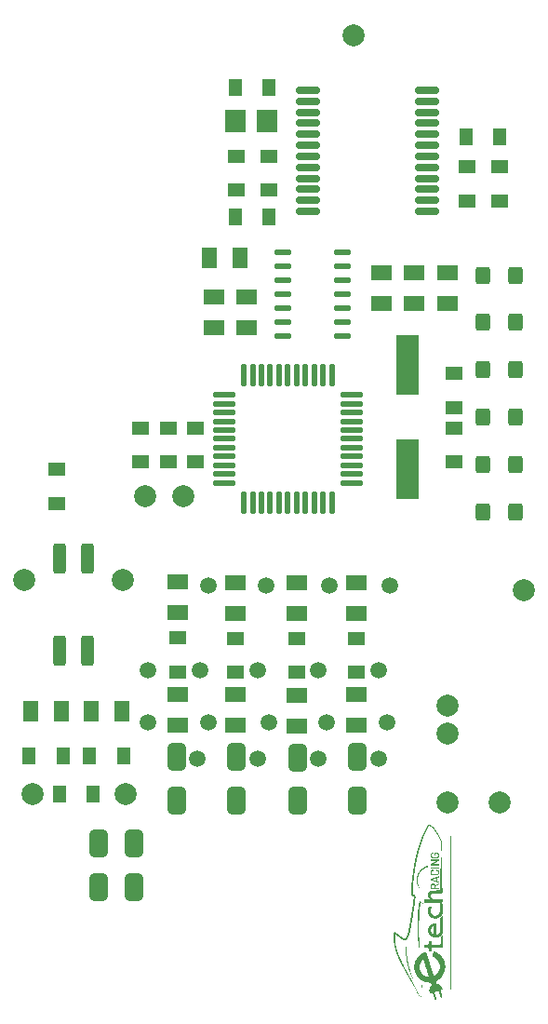
<source format=gtp>
G04*
G04 #@! TF.GenerationSoftware,Altium Limited,Altium Designer,23.0.1 (38)*
G04*
G04 Layer_Color=8421504*
%FSLAX44Y44*%
%MOMM*%
G71*
G04*
G04 #@! TF.SameCoordinates,056E7371-CA95-4066-80D9-C2616C4CE960*
G04*
G04*
G04 #@! TF.FilePolarity,Positive*
G04*
G01*
G75*
G04:AMPARAMS|DCode=14|XSize=0.6mm|YSize=2.2mm|CornerRadius=0.15mm|HoleSize=0mm|Usage=FLASHONLY|Rotation=90.000|XOffset=0mm|YOffset=0mm|HoleType=Round|Shape=RoundedRectangle|*
%AMROUNDEDRECTD14*
21,1,0.6000,1.9000,0,0,90.0*
21,1,0.3000,2.2000,0,0,90.0*
1,1,0.3000,0.9500,0.1500*
1,1,0.3000,0.9500,-0.1500*
1,1,0.3000,-0.9500,-0.1500*
1,1,0.3000,-0.9500,0.1500*
%
%ADD14ROUNDEDRECTD14*%
G04:AMPARAMS|DCode=15|XSize=0.45mm|YSize=2mm|CornerRadius=0.1125mm|HoleSize=0mm|Usage=FLASHONLY|Rotation=90.000|XOffset=0mm|YOffset=0mm|HoleType=Round|Shape=RoundedRectangle|*
%AMROUNDEDRECTD15*
21,1,0.4500,1.7750,0,0,90.0*
21,1,0.2250,2.0000,0,0,90.0*
1,1,0.2250,0.8875,0.1125*
1,1,0.2250,0.8875,-0.1125*
1,1,0.2250,-0.8875,-0.1125*
1,1,0.2250,-0.8875,0.1125*
%
%ADD15ROUNDEDRECTD15*%
G04:AMPARAMS|DCode=16|XSize=0.45mm|YSize=2mm|CornerRadius=0.1125mm|HoleSize=0mm|Usage=FLASHONLY|Rotation=0.000|XOffset=0mm|YOffset=0mm|HoleType=Round|Shape=RoundedRectangle|*
%AMROUNDEDRECTD16*
21,1,0.4500,1.7750,0,0,0.0*
21,1,0.2250,2.0000,0,0,0.0*
1,1,0.2250,0.1125,-0.8875*
1,1,0.2250,-0.1125,-0.8875*
1,1,0.2250,-0.1125,0.8875*
1,1,0.2250,0.1125,0.8875*
%
%ADD16ROUNDEDRECTD16*%
%ADD17C,1.5000*%
%ADD18C,2.0000*%
%ADD19R,1.9500X1.4000*%
%ADD20R,1.6000X1.2000*%
%ADD21R,1.2000X1.6000*%
%ADD22R,1.4000X1.9500*%
G04:AMPARAMS|DCode=23|XSize=0.55mm|YSize=1.5mm|CornerRadius=0.1375mm|HoleSize=0mm|Usage=FLASHONLY|Rotation=270.000|XOffset=0mm|YOffset=0mm|HoleType=Round|Shape=RoundedRectangle|*
%AMROUNDEDRECTD23*
21,1,0.5500,1.2250,0,0,270.0*
21,1,0.2750,1.5000,0,0,270.0*
1,1,0.2750,-0.6125,-0.1375*
1,1,0.2750,-0.6125,0.1375*
1,1,0.2750,0.6125,0.1375*
1,1,0.2750,0.6125,-0.1375*
%
%ADD23ROUNDEDRECTD23*%
%ADD24R,2.0000X5.5000*%
G04:AMPARAMS|DCode=25|XSize=1.6mm|YSize=1.4mm|CornerRadius=0.35mm|HoleSize=0mm|Usage=FLASHONLY|Rotation=90.000|XOffset=0mm|YOffset=0mm|HoleType=Round|Shape=RoundedRectangle|*
%AMROUNDEDRECTD25*
21,1,1.6000,0.7000,0,0,90.0*
21,1,0.9000,1.4000,0,0,90.0*
1,1,0.7000,0.3500,0.4500*
1,1,0.7000,0.3500,-0.4500*
1,1,0.7000,-0.3500,-0.4500*
1,1,0.7000,-0.3500,0.4500*
%
%ADD25ROUNDEDRECTD25*%
G04:AMPARAMS|DCode=26|XSize=1.7mm|YSize=2.5mm|CornerRadius=0.425mm|HoleSize=0mm|Usage=FLASHONLY|Rotation=0.000|XOffset=0mm|YOffset=0mm|HoleType=Round|Shape=RoundedRectangle|*
%AMROUNDEDRECTD26*
21,1,1.7000,1.6500,0,0,0.0*
21,1,0.8500,2.5000,0,0,0.0*
1,1,0.8500,0.4250,-0.8250*
1,1,0.8500,-0.4250,-0.8250*
1,1,0.8500,-0.4250,0.8250*
1,1,0.8500,0.4250,0.8250*
%
%ADD26ROUNDEDRECTD26*%
G04:AMPARAMS|DCode=27|XSize=1.2mm|YSize=2.75mm|CornerRadius=0.3mm|HoleSize=0mm|Usage=FLASHONLY|Rotation=0.000|XOffset=0mm|YOffset=0mm|HoleType=Round|Shape=RoundedRectangle|*
%AMROUNDEDRECTD27*
21,1,1.2000,2.1500,0,0,0.0*
21,1,0.6000,2.7500,0,0,0.0*
1,1,0.6000,0.3000,-1.0750*
1,1,0.6000,-0.3000,-1.0750*
1,1,0.6000,-0.3000,1.0750*
1,1,0.6000,0.3000,1.0750*
%
%ADD27ROUNDEDRECTD27*%
%ADD28R,1.8500X2.0000*%
G36*
X398605Y136511D02*
X399001D01*
Y136412D01*
X399298D01*
Y136313D01*
X399397D01*
Y136215D01*
X399496D01*
Y136116D01*
X399594D01*
Y136017D01*
X399693D01*
Y135918D01*
X399792D01*
Y135819D01*
X399891D01*
Y135621D01*
X399990D01*
Y135325D01*
X400089D01*
Y132951D01*
X399990D01*
Y132754D01*
X399891D01*
Y132556D01*
X399792D01*
Y132358D01*
X399693D01*
Y132259D01*
X399594D01*
Y132160D01*
X399496D01*
Y132061D01*
X399298D01*
Y131962D01*
X399199D01*
Y131864D01*
X398902D01*
Y131765D01*
X393661D01*
Y131864D01*
X393463D01*
Y131962D01*
X393266D01*
Y132061D01*
X393167D01*
Y132160D01*
X392969D01*
Y132259D01*
X392870D01*
Y132457D01*
X392771D01*
Y132556D01*
X392672D01*
Y132852D01*
X392573D01*
Y133149D01*
X392475D01*
Y135226D01*
X392573D01*
Y135522D01*
X392672D01*
Y135720D01*
X392771D01*
Y135918D01*
X392870D01*
Y136017D01*
X392969D01*
Y136116D01*
X393068D01*
Y136215D01*
X393167D01*
Y136313D01*
X393364D01*
Y136412D01*
X393562D01*
Y136511D01*
X393958D01*
Y136610D01*
X394848D01*
Y136511D01*
X394947D01*
Y136412D01*
X395046D01*
Y135720D01*
X394947D01*
Y135621D01*
X394848D01*
Y135522D01*
X393859D01*
Y135424D01*
X393661D01*
Y135325D01*
X393562D01*
Y135127D01*
X393463D01*
Y133149D01*
X393562D01*
Y132951D01*
X393760D01*
Y132852D01*
X393958D01*
Y132754D01*
X398605D01*
Y132852D01*
X398902D01*
Y132951D01*
X399001D01*
Y133050D01*
X399100D01*
Y133347D01*
X399199D01*
Y134929D01*
X399100D01*
Y135226D01*
X399001D01*
Y135325D01*
X398902D01*
Y135424D01*
X398803D01*
Y135522D01*
X396925D01*
Y134237D01*
X396826D01*
Y134138D01*
X396133D01*
Y134237D01*
X396035D01*
Y136412D01*
X396133D01*
Y136511D01*
X396232D01*
Y136610D01*
X398605D01*
Y136511D01*
D02*
G37*
G36*
X399891Y130183D02*
X400089D01*
Y129391D01*
X399990D01*
Y129293D01*
X399891D01*
Y129194D01*
X399693D01*
Y129095D01*
X399496D01*
Y128996D01*
X399397D01*
Y128897D01*
X399199D01*
Y128798D01*
X399001D01*
Y128699D01*
X398803D01*
Y128600D01*
X398704D01*
Y128502D01*
X398507D01*
Y128403D01*
X398309D01*
Y128304D01*
X398111D01*
Y128205D01*
X398012D01*
Y128106D01*
X397814D01*
Y128007D01*
X397617D01*
Y127908D01*
X397419D01*
Y127809D01*
X397320D01*
Y127710D01*
X397122D01*
Y127612D01*
X396925D01*
Y127513D01*
X396727D01*
Y127414D01*
X396628D01*
Y127315D01*
X396430D01*
Y127216D01*
X396232D01*
Y127117D01*
X396133D01*
Y127018D01*
X395936D01*
Y126919D01*
X395738D01*
Y126820D01*
X395540D01*
Y126721D01*
X395342D01*
Y126623D01*
X395243D01*
Y126524D01*
X395046D01*
Y126425D01*
X394848D01*
Y126326D01*
X394650D01*
Y126227D01*
X399891D01*
Y126128D01*
X400089D01*
Y125238D01*
X399891D01*
Y125139D01*
X392672D01*
Y125238D01*
X392573D01*
Y125337D01*
X392475D01*
Y126029D01*
X392573D01*
Y126128D01*
X392672D01*
Y126227D01*
X392870D01*
Y126326D01*
X393068D01*
Y126425D01*
X393167D01*
Y126524D01*
X393364D01*
Y126623D01*
X393562D01*
Y126721D01*
X393760D01*
Y126820D01*
X393859D01*
Y126919D01*
X394057D01*
Y127018D01*
X394254D01*
Y127117D01*
X394452D01*
Y127216D01*
X394551D01*
Y127315D01*
X394749D01*
Y127414D01*
X394947D01*
Y127513D01*
X395145D01*
Y127612D01*
X395243D01*
Y127710D01*
X395441D01*
Y127809D01*
X395639D01*
Y127908D01*
X395837D01*
Y128007D01*
X395936D01*
Y128106D01*
X396133D01*
Y128205D01*
X396331D01*
Y128304D01*
X396529D01*
Y128403D01*
X396628D01*
Y128502D01*
X396826D01*
Y128600D01*
X397023D01*
Y128699D01*
X397221D01*
Y128798D01*
X397320D01*
Y128897D01*
X397518D01*
Y128996D01*
X397716D01*
Y129095D01*
X397913D01*
Y129194D01*
X398012D01*
Y129293D01*
X397716D01*
Y129194D01*
X392771D01*
Y129293D01*
X392573D01*
Y129391D01*
X392475D01*
Y130084D01*
X392573D01*
Y130183D01*
X392672D01*
Y130281D01*
X399891D01*
Y130183D01*
D02*
G37*
G36*
X399990Y123359D02*
X400089D01*
Y122568D01*
X399990D01*
Y122469D01*
X392573D01*
Y122568D01*
X392475D01*
Y123260D01*
X392573D01*
Y123458D01*
X399990D01*
Y123359D01*
D02*
G37*
G36*
X398803Y120887D02*
X399100D01*
Y120788D01*
X399298D01*
Y120689D01*
X399397D01*
Y120591D01*
X399594D01*
Y120492D01*
X399693D01*
Y120294D01*
X399792D01*
Y120195D01*
X399891D01*
Y119997D01*
X399990D01*
Y119701D01*
X400089D01*
Y117228D01*
X399990D01*
Y116932D01*
X399891D01*
Y116833D01*
X399792D01*
Y116635D01*
X399693D01*
Y116536D01*
X399594D01*
Y116437D01*
X399496D01*
Y116338D01*
X399397D01*
Y116240D01*
X399199D01*
Y116141D01*
X399001D01*
Y116042D01*
X398309D01*
Y115943D01*
X394254D01*
Y116042D01*
X393562D01*
Y116141D01*
X393364D01*
Y116240D01*
X393266D01*
Y116338D01*
X393068D01*
Y116437D01*
X392969D01*
Y116536D01*
X392870D01*
Y116734D01*
X392771D01*
Y116833D01*
X392672D01*
Y117031D01*
X392573D01*
Y117327D01*
X392475D01*
Y119602D01*
X392573D01*
Y119898D01*
X392672D01*
Y120096D01*
X392771D01*
Y120294D01*
X392870D01*
Y120393D01*
X392969D01*
Y120492D01*
X393068D01*
Y120591D01*
X393167D01*
Y120689D01*
X393364D01*
Y120788D01*
X393463D01*
Y120887D01*
X393859D01*
Y120986D01*
X394947D01*
Y120887D01*
X395046D01*
Y120788D01*
X395145D01*
Y120096D01*
X395046D01*
Y119997D01*
X394848D01*
Y119898D01*
X393760D01*
Y119799D01*
X393661D01*
Y119701D01*
X393562D01*
Y119602D01*
X393463D01*
Y117426D01*
X393562D01*
Y117228D01*
X393661D01*
Y117129D01*
X393859D01*
Y117031D01*
X398704D01*
Y117129D01*
X398902D01*
Y117228D01*
X399001D01*
Y117327D01*
X399100D01*
Y117624D01*
X399199D01*
Y119404D01*
X399100D01*
Y119602D01*
X399001D01*
Y119799D01*
X398803D01*
Y119898D01*
X397716D01*
Y119997D01*
X397518D01*
Y120887D01*
X397617D01*
Y120986D01*
X398803D01*
Y120887D01*
D02*
G37*
G36*
X399990Y114954D02*
X400089D01*
Y114163D01*
X399990D01*
Y114064D01*
X399792D01*
Y113965D01*
X399496D01*
Y113866D01*
X399199D01*
Y113767D01*
X398902D01*
Y113668D01*
X398605D01*
Y113569D01*
X398309D01*
Y113471D01*
X398210D01*
Y110900D01*
X398309D01*
Y110801D01*
X398507D01*
Y110702D01*
X398803D01*
Y110603D01*
X399100D01*
Y110504D01*
X399397D01*
Y110405D01*
X399792D01*
Y110306D01*
X399990D01*
Y110207D01*
X400089D01*
Y109317D01*
X399594D01*
Y109416D01*
X399298D01*
Y109515D01*
X398902D01*
Y109614D01*
X398605D01*
Y109713D01*
X398309D01*
Y109812D01*
X398012D01*
Y109911D01*
X397617D01*
Y110010D01*
X397320D01*
Y110108D01*
X397023D01*
Y110207D01*
X396727D01*
Y110306D01*
X396331D01*
Y110405D01*
X396035D01*
Y110504D01*
X395738D01*
Y110603D01*
X395342D01*
Y110702D01*
X395046D01*
Y110801D01*
X394749D01*
Y110900D01*
X394353D01*
Y110998D01*
X394057D01*
Y111097D01*
X393760D01*
Y111196D01*
X393463D01*
Y111295D01*
X393068D01*
Y111394D01*
X392771D01*
Y111493D01*
X392573D01*
Y111691D01*
X392475D01*
Y112680D01*
X392573D01*
Y112779D01*
X392672D01*
Y112877D01*
X392870D01*
Y112976D01*
X393167D01*
Y113075D01*
X393463D01*
Y113174D01*
X393760D01*
Y113273D01*
X394156D01*
Y113372D01*
X394452D01*
Y113471D01*
X394848D01*
Y113569D01*
X395145D01*
Y113668D01*
X395441D01*
Y113767D01*
X395738D01*
Y113866D01*
X396035D01*
Y113965D01*
X396430D01*
Y114064D01*
X396727D01*
Y114163D01*
X397023D01*
Y114262D01*
X397419D01*
Y114361D01*
X397716D01*
Y114460D01*
X398111D01*
Y114558D01*
X398408D01*
Y114657D01*
X398704D01*
Y114756D01*
X399001D01*
Y114855D01*
X399397D01*
Y114954D01*
X399693D01*
Y115053D01*
X399990D01*
Y114954D01*
D02*
G37*
G36*
X400089Y107636D02*
X399990D01*
Y107537D01*
X399891D01*
Y107439D01*
X399693D01*
Y107340D01*
X399496D01*
Y107241D01*
X399298D01*
Y107142D01*
X399100D01*
Y107043D01*
X398902D01*
Y106944D01*
X398704D01*
Y106845D01*
X398507D01*
Y106746D01*
X398309D01*
Y106648D01*
X398012D01*
Y106549D01*
X397814D01*
Y106450D01*
X397617D01*
Y106351D01*
X397419D01*
Y106252D01*
X397221D01*
Y106153D01*
X397122D01*
Y104670D01*
X399990D01*
Y104571D01*
X400089D01*
Y103780D01*
X399891D01*
Y103681D01*
X392573D01*
Y103780D01*
X392475D01*
Y106944D01*
X392573D01*
Y107241D01*
X392672D01*
Y107537D01*
X392771D01*
Y107636D01*
X392870D01*
Y107834D01*
X392969D01*
Y107933D01*
X393167D01*
Y108032D01*
X393266D01*
Y108131D01*
X393463D01*
Y108230D01*
X393661D01*
Y108329D01*
X395936D01*
Y108230D01*
X396232D01*
Y108131D01*
X396430D01*
Y108032D01*
X396529D01*
Y107933D01*
X396628D01*
Y107834D01*
X396727D01*
Y107735D01*
X396826D01*
Y107537D01*
X396925D01*
Y107340D01*
X397023D01*
Y107241D01*
X397221D01*
Y107340D01*
X397419D01*
Y107439D01*
X397617D01*
Y107537D01*
X397814D01*
Y107636D01*
X398012D01*
Y107735D01*
X398309D01*
Y107834D01*
X398507D01*
Y107933D01*
X398704D01*
Y108032D01*
X398902D01*
Y108131D01*
X399100D01*
Y108230D01*
X399298D01*
Y108329D01*
X399496D01*
Y108427D01*
X399693D01*
Y108526D01*
X400089D01*
Y107636D01*
D02*
G37*
G36*
X390398Y124546D02*
X390497D01*
Y123557D01*
X390398D01*
Y123458D01*
X390299D01*
Y123359D01*
X389903D01*
Y123260D01*
X389508D01*
Y123162D01*
X389112D01*
Y123063D01*
X388816D01*
Y122964D01*
X388618D01*
Y122865D01*
X388321D01*
Y122766D01*
X388124D01*
Y122667D01*
X387827D01*
Y122568D01*
X387629D01*
Y122469D01*
X387431D01*
Y122371D01*
X387234D01*
Y122272D01*
X387036D01*
Y122173D01*
X386838D01*
Y122074D01*
X386739D01*
Y121975D01*
X386541D01*
Y121876D01*
X386344D01*
Y121777D01*
X386245D01*
Y121678D01*
X386047D01*
Y121579D01*
X385948D01*
Y121481D01*
X385750D01*
Y121382D01*
X385651D01*
Y121283D01*
X385552D01*
Y121184D01*
X385355D01*
Y121085D01*
X385256D01*
Y120986D01*
X385157D01*
Y120887D01*
X385058D01*
Y120788D01*
X384860D01*
Y120689D01*
X384761D01*
Y120591D01*
X384663D01*
Y120492D01*
X384564D01*
Y120393D01*
X384465D01*
Y120294D01*
X384366D01*
Y120195D01*
X384267D01*
Y120096D01*
X384168D01*
Y119997D01*
X384069D01*
Y119898D01*
X383970D01*
Y119799D01*
X383871D01*
Y119701D01*
X383773D01*
Y119602D01*
X383674D01*
Y119503D01*
X383575D01*
Y119404D01*
X383476D01*
Y119305D01*
X383377D01*
Y119107D01*
X383278D01*
Y119008D01*
X383179D01*
Y118910D01*
X383080D01*
Y118712D01*
X382981D01*
Y118613D01*
X382882D01*
Y118514D01*
X382784D01*
Y118316D01*
X382685D01*
Y118217D01*
X382586D01*
Y118020D01*
X382487D01*
Y117822D01*
X382388D01*
Y117723D01*
X382289D01*
Y117525D01*
X382190D01*
Y117327D01*
X382091D01*
Y117129D01*
X381993D01*
Y116932D01*
X381894D01*
Y116833D01*
X381795D01*
Y116536D01*
X381696D01*
Y116338D01*
X381597D01*
Y116141D01*
X381498D01*
Y115844D01*
X381399D01*
Y115646D01*
X381300D01*
Y115350D01*
X381202D01*
Y114954D01*
X381103D01*
Y114657D01*
X381004D01*
Y114361D01*
X380905D01*
Y113866D01*
X380806D01*
Y113372D01*
X380707D01*
Y112482D01*
X380608D01*
Y110108D01*
X380707D01*
Y109317D01*
X380806D01*
Y108724D01*
X380905D01*
Y108329D01*
X381004D01*
Y107933D01*
X381103D01*
Y107636D01*
X381202D01*
Y107340D01*
X381300D01*
Y107043D01*
X381399D01*
Y106746D01*
X381498D01*
Y106549D01*
X381597D01*
Y106351D01*
X381696D01*
Y106054D01*
X381795D01*
Y105856D01*
X381894D01*
Y105659D01*
X381993D01*
Y105461D01*
X382091D01*
Y105263D01*
X382190D01*
Y105065D01*
X382289D01*
Y104966D01*
X382388D01*
Y104769D01*
X382487D01*
Y104571D01*
X382586D01*
Y104472D01*
X382685D01*
Y104274D01*
X382784D01*
Y104175D01*
X382882D01*
Y103977D01*
X382981D01*
Y103879D01*
X383080D01*
Y103780D01*
X383179D01*
Y103681D01*
X383278D01*
Y103483D01*
X383377D01*
Y103384D01*
X383476D01*
Y103285D01*
X383575D01*
Y103187D01*
X383674D01*
Y102989D01*
X383773D01*
Y102890D01*
X383871D01*
Y102791D01*
X383970D01*
Y102692D01*
X383773D01*
Y102791D01*
X383674D01*
Y102890D01*
X383575D01*
Y102989D01*
X383377D01*
Y103187D01*
X383278D01*
Y103285D01*
X383179D01*
Y103384D01*
X383080D01*
Y103483D01*
X382981D01*
Y103582D01*
X382882D01*
Y103681D01*
X382784D01*
Y103780D01*
X382685D01*
Y103879D01*
X382586D01*
Y104076D01*
X382487D01*
Y104175D01*
X382388D01*
Y104274D01*
X382289D01*
Y104472D01*
X382190D01*
Y104571D01*
X382091D01*
Y104769D01*
X381993D01*
Y104868D01*
X381894D01*
Y105065D01*
X381795D01*
Y105164D01*
X381696D01*
Y105362D01*
X381597D01*
Y105461D01*
X381498D01*
Y105659D01*
X381399D01*
Y105856D01*
X381300D01*
Y106054D01*
X381202D01*
Y106252D01*
X381103D01*
Y106450D01*
X381004D01*
Y106648D01*
X380905D01*
Y106845D01*
X380806D01*
Y107043D01*
X380707D01*
Y107340D01*
X380608D01*
Y107636D01*
X380509D01*
Y107933D01*
X380410D01*
Y108230D01*
X380312D01*
Y108526D01*
X380213D01*
Y108922D01*
X380114D01*
Y109317D01*
X380015D01*
Y109911D01*
X379916D01*
Y110603D01*
X379817D01*
Y113174D01*
X379916D01*
Y113866D01*
X380015D01*
Y114460D01*
X380114D01*
Y114954D01*
X380213D01*
Y115350D01*
X380312D01*
Y115646D01*
X380410D01*
Y115943D01*
X380509D01*
Y116240D01*
X380608D01*
Y116536D01*
X380707D01*
Y116734D01*
X380806D01*
Y117031D01*
X380905D01*
Y117228D01*
X381004D01*
Y117426D01*
X381103D01*
Y117624D01*
X381202D01*
Y117822D01*
X381300D01*
Y118020D01*
X381399D01*
Y118217D01*
X381498D01*
Y118415D01*
X381597D01*
Y118613D01*
X381696D01*
Y118712D01*
X381795D01*
Y118910D01*
X381894D01*
Y119008D01*
X381993D01*
Y119206D01*
X382091D01*
Y119305D01*
X382190D01*
Y119503D01*
X382289D01*
Y119602D01*
X382388D01*
Y119701D01*
X382487D01*
Y119898D01*
X382586D01*
Y119997D01*
X382685D01*
Y120096D01*
X382784D01*
Y120195D01*
X382882D01*
Y120393D01*
X382981D01*
Y120492D01*
X383080D01*
Y120591D01*
X383179D01*
Y120689D01*
X383278D01*
Y120788D01*
X383377D01*
Y120887D01*
X383476D01*
Y120986D01*
X383575D01*
Y121085D01*
X383674D01*
Y121184D01*
X383773D01*
Y121283D01*
X383871D01*
Y121382D01*
X383970D01*
Y121481D01*
X384069D01*
Y121579D01*
X384168D01*
Y121678D01*
X384267D01*
Y121777D01*
X384366D01*
Y121876D01*
X384465D01*
Y121975D01*
X384663D01*
Y122074D01*
X384761D01*
Y122173D01*
X384860D01*
Y122272D01*
X385058D01*
Y122371D01*
X385157D01*
Y122469D01*
X385256D01*
Y122568D01*
X385454D01*
Y122667D01*
X385552D01*
Y122766D01*
X385750D01*
Y122865D01*
X385849D01*
Y122964D01*
X386047D01*
Y123063D01*
X386146D01*
Y123162D01*
X386344D01*
Y123260D01*
X386541D01*
Y123359D01*
X386739D01*
Y123458D01*
X386937D01*
Y123557D01*
X387135D01*
Y123656D01*
X387332D01*
Y123755D01*
X387530D01*
Y123854D01*
X387728D01*
Y123953D01*
X387926D01*
Y124052D01*
X388222D01*
Y124150D01*
X388519D01*
Y124249D01*
X388717D01*
Y124348D01*
X389013D01*
Y124447D01*
X389409D01*
Y124546D01*
X389706D01*
Y124645D01*
X390101D01*
Y124744D01*
X390398D01*
Y124546D01*
D02*
G37*
G36*
X391684Y162024D02*
X391980D01*
Y161925D01*
X392178D01*
Y161826D01*
X392376D01*
Y161727D01*
X392573D01*
Y161628D01*
X392771D01*
Y161530D01*
X392969D01*
Y161431D01*
X393068D01*
Y161332D01*
X393266D01*
Y161233D01*
X393364D01*
Y161134D01*
X393562D01*
Y161035D01*
X393661D01*
Y160936D01*
X393760D01*
Y160837D01*
X393859D01*
Y160739D01*
X394057D01*
Y160640D01*
X394156D01*
Y160541D01*
X394254D01*
Y160442D01*
X394353D01*
Y160343D01*
X394452D01*
Y160244D01*
X394551D01*
Y160145D01*
X394650D01*
Y160046D01*
X394749D01*
Y159947D01*
X394848D01*
Y159849D01*
X394947D01*
Y159750D01*
X395046D01*
Y159651D01*
X395145D01*
Y159552D01*
X395243D01*
Y159453D01*
X395342D01*
Y159354D01*
X395441D01*
Y159156D01*
X395540D01*
Y159058D01*
X395639D01*
Y158959D01*
X395738D01*
Y158860D01*
X395837D01*
Y158761D01*
X395936D01*
Y158563D01*
X396035D01*
Y158464D01*
X396133D01*
Y158365D01*
X396232D01*
Y158266D01*
X396331D01*
Y158069D01*
X396430D01*
Y157970D01*
X396529D01*
Y157871D01*
X396628D01*
Y157673D01*
X396727D01*
Y157574D01*
X396826D01*
Y157376D01*
X396925D01*
Y157277D01*
X397023D01*
Y157179D01*
X397122D01*
Y156981D01*
X397221D01*
Y156882D01*
X397320D01*
Y156684D01*
X397419D01*
Y156585D01*
X397518D01*
Y156388D01*
X397617D01*
Y156289D01*
X397716D01*
Y156091D01*
X397814D01*
Y155992D01*
X397913D01*
Y155794D01*
X398012D01*
Y155695D01*
X398111D01*
Y155498D01*
X398210D01*
Y155300D01*
X398309D01*
Y155201D01*
X398408D01*
Y155003D01*
X398507D01*
Y154904D01*
X398605D01*
Y154706D01*
X398704D01*
Y154509D01*
X398803D01*
Y154410D01*
X398902D01*
Y154212D01*
X399001D01*
Y154113D01*
X399100D01*
Y153915D01*
X399199D01*
Y153718D01*
X399298D01*
Y153520D01*
X399397D01*
Y153421D01*
X399496D01*
Y153223D01*
X399594D01*
Y153025D01*
X399693D01*
Y152828D01*
X399792D01*
Y152630D01*
X399891D01*
Y152531D01*
X399990D01*
Y152333D01*
X400089D01*
Y152135D01*
X400188D01*
Y151938D01*
X400287D01*
Y151740D01*
X400386D01*
Y151542D01*
X400484D01*
Y151443D01*
X400583D01*
Y151245D01*
X400682D01*
Y151048D01*
X400781D01*
Y150850D01*
X400880D01*
Y150652D01*
X400979D01*
Y150454D01*
X401078D01*
Y150257D01*
X401177D01*
Y150059D01*
X401275D01*
Y149861D01*
X401374D01*
Y149663D01*
X401473D01*
Y149466D01*
X401572D01*
Y149268D01*
X401671D01*
Y149070D01*
X401770D01*
Y148872D01*
X401869D01*
Y148674D01*
X401968D01*
Y148477D01*
X402067D01*
Y148279D01*
X402165D01*
Y148081D01*
X402264D01*
Y147883D01*
X402363D01*
Y147685D01*
X402462D01*
Y147389D01*
X402561D01*
Y144917D01*
X402462D01*
Y141554D01*
X402363D01*
Y138094D01*
X402264D01*
Y137500D01*
X402165D01*
Y136313D01*
X402264D01*
Y132754D01*
X402363D01*
Y129194D01*
X402462D01*
Y125733D01*
X402561D01*
Y122173D01*
X402660D01*
Y118712D01*
X402759D01*
Y115152D01*
X402858D01*
Y111493D01*
X402957D01*
Y108329D01*
X403055D01*
Y106351D01*
X403154D01*
Y104472D01*
X403253D01*
Y102890D01*
X403352D01*
Y101011D01*
X403451D01*
Y100319D01*
X403352D01*
Y100121D01*
X403253D01*
Y100022D01*
X403154D01*
Y99923D01*
X403055D01*
Y99824D01*
X402957D01*
Y99726D01*
X394947D01*
Y99627D01*
X394452D01*
Y99528D01*
X394057D01*
Y99429D01*
X393859D01*
Y99330D01*
X393661D01*
Y99231D01*
X393463D01*
Y99132D01*
X393364D01*
Y99033D01*
X393167D01*
Y98934D01*
X393068D01*
Y98835D01*
X392969D01*
Y98638D01*
X392870D01*
Y98539D01*
X392771D01*
Y98440D01*
X392672D01*
Y98242D01*
X392573D01*
Y97945D01*
X392475D01*
Y96858D01*
X392573D01*
Y96462D01*
X392672D01*
Y96166D01*
X392771D01*
Y95968D01*
X392870D01*
Y95770D01*
X392969D01*
Y95671D01*
X393068D01*
Y95473D01*
X393167D01*
Y95374D01*
X393266D01*
Y95275D01*
X393364D01*
Y95177D01*
X393463D01*
Y95078D01*
X393562D01*
Y94979D01*
X393661D01*
Y94880D01*
X393859D01*
Y94781D01*
X393958D01*
Y94682D01*
X394156D01*
Y94583D01*
X394254D01*
Y94484D01*
X394452D01*
Y94386D01*
X394749D01*
Y94287D01*
X394947D01*
Y94188D01*
X395342D01*
Y94089D01*
X395936D01*
Y93990D01*
X399990D01*
Y94089D01*
X402957D01*
Y93990D01*
X403154D01*
Y93891D01*
X403253D01*
Y93792D01*
X403352D01*
Y93693D01*
X403451D01*
Y93496D01*
X403550D01*
Y91716D01*
X403451D01*
Y91617D01*
X403352D01*
Y91419D01*
X403154D01*
Y91320D01*
X403055D01*
Y91221D01*
X398902D01*
Y91122D01*
X387135D01*
Y91221D01*
X387036D01*
Y91320D01*
X386937D01*
Y91419D01*
X386838D01*
Y91518D01*
X386739D01*
Y91617D01*
X386640D01*
Y93496D01*
X386739D01*
Y93693D01*
X386838D01*
Y93792D01*
X387036D01*
Y93891D01*
X387135D01*
Y93990D01*
X391782D01*
Y94089D01*
X391881D01*
Y94484D01*
X391782D01*
Y94583D01*
X391684D01*
Y94682D01*
X391585D01*
Y94781D01*
X391486D01*
Y94880D01*
X391387D01*
Y95078D01*
X391288D01*
Y95177D01*
X391189D01*
Y95275D01*
X391090D01*
Y95374D01*
X390991D01*
Y95572D01*
X390892D01*
Y95671D01*
X390793D01*
Y95869D01*
X390695D01*
Y95968D01*
X390596D01*
Y96166D01*
X390497D01*
Y96363D01*
X390398D01*
Y96660D01*
X390299D01*
Y96957D01*
X390200D01*
Y97253D01*
X390101D01*
Y97847D01*
X390002D01*
Y98539D01*
X390101D01*
Y99231D01*
X390200D01*
Y99528D01*
X390299D01*
Y99726D01*
X390398D01*
Y100022D01*
X390497D01*
Y100220D01*
X390596D01*
Y100319D01*
X390695D01*
Y100517D01*
X390793D01*
Y100615D01*
X390892D01*
Y100714D01*
X390991D01*
Y100813D01*
X391090D01*
Y101011D01*
X391189D01*
Y101110D01*
X391288D01*
Y101209D01*
X391486D01*
Y101308D01*
X391585D01*
Y101406D01*
X391684D01*
Y101505D01*
X391782D01*
Y101604D01*
X391980D01*
Y101703D01*
X392178D01*
Y101802D01*
X392277D01*
Y101901D01*
X392573D01*
Y102000D01*
X392771D01*
Y102099D01*
X393068D01*
Y102198D01*
X393562D01*
Y102296D01*
X397814D01*
Y102395D01*
X401078D01*
Y110603D01*
X401177D01*
Y113471D01*
X401275D01*
Y116240D01*
X401374D01*
Y119008D01*
X401473D01*
Y121876D01*
X401572D01*
Y124645D01*
X401671D01*
Y127414D01*
X401770D01*
Y130183D01*
X401869D01*
Y132951D01*
X401968D01*
Y135720D01*
X402067D01*
Y139873D01*
X401968D01*
Y142444D01*
X401869D01*
Y145213D01*
X401770D01*
Y147191D01*
X401671D01*
Y147389D01*
X401572D01*
Y147587D01*
X401473D01*
Y147784D01*
X401374D01*
Y147982D01*
X401275D01*
Y148180D01*
X401177D01*
Y148378D01*
X401078D01*
Y148575D01*
X400979D01*
Y148773D01*
X400880D01*
Y148971D01*
X400781D01*
Y149169D01*
X400682D01*
Y149367D01*
X400583D01*
Y149564D01*
X400484D01*
Y149762D01*
X400386D01*
Y149861D01*
X400287D01*
Y150059D01*
X400188D01*
Y150257D01*
X400089D01*
Y150454D01*
X399990D01*
Y150652D01*
X399891D01*
Y150850D01*
X399792D01*
Y151048D01*
X399693D01*
Y151146D01*
X399594D01*
Y151344D01*
X399496D01*
Y151542D01*
X399397D01*
Y151740D01*
X399298D01*
Y151938D01*
X399199D01*
Y152037D01*
X399100D01*
Y152234D01*
X399001D01*
Y152432D01*
X398902D01*
Y152630D01*
X398803D01*
Y152729D01*
X398704D01*
Y152927D01*
X398605D01*
Y153124D01*
X398507D01*
Y153223D01*
X398408D01*
Y153421D01*
X398309D01*
Y153619D01*
X398210D01*
Y153718D01*
X398111D01*
Y153915D01*
X398012D01*
Y154014D01*
X397913D01*
Y154212D01*
X397814D01*
Y154410D01*
X397716D01*
Y154509D01*
X397617D01*
Y154706D01*
X397518D01*
Y154805D01*
X397419D01*
Y155003D01*
X397320D01*
Y155102D01*
X397221D01*
Y155300D01*
X397122D01*
Y155399D01*
X397023D01*
Y155597D01*
X396925D01*
Y155695D01*
X396826D01*
Y155893D01*
X396727D01*
Y155992D01*
X396628D01*
Y156190D01*
X396529D01*
Y156289D01*
X396430D01*
Y156388D01*
X396331D01*
Y156585D01*
X396232D01*
Y156684D01*
X396133D01*
Y156882D01*
X396035D01*
Y156981D01*
X395936D01*
Y157080D01*
X395837D01*
Y157277D01*
X395738D01*
Y157376D01*
X395639D01*
Y157475D01*
X395540D01*
Y157574D01*
X395441D01*
Y157772D01*
X395342D01*
Y157871D01*
X395243D01*
Y157970D01*
X395145D01*
Y158069D01*
X395046D01*
Y158167D01*
X394947D01*
Y158365D01*
X394848D01*
Y158464D01*
X394749D01*
Y158563D01*
X394650D01*
Y158662D01*
X394551D01*
Y158761D01*
X394452D01*
Y158860D01*
X394353D01*
Y158959D01*
X394254D01*
Y159058D01*
X394156D01*
Y159156D01*
X394057D01*
Y159255D01*
X393958D01*
Y159354D01*
X393859D01*
Y159453D01*
X393760D01*
Y159552D01*
X393661D01*
Y159651D01*
X393562D01*
Y159750D01*
X393463D01*
Y159849D01*
X393364D01*
Y159947D01*
X393266D01*
Y160046D01*
X393068D01*
Y160145D01*
X392969D01*
Y160244D01*
X392870D01*
Y160343D01*
X392672D01*
Y160442D01*
X392573D01*
Y160541D01*
X392376D01*
Y160640D01*
X392178D01*
Y160739D01*
X391980D01*
Y160837D01*
X391782D01*
Y160936D01*
X391387D01*
Y161035D01*
X390991D01*
Y160936D01*
X390892D01*
Y160837D01*
X390793D01*
Y160739D01*
X390695D01*
Y160541D01*
X390596D01*
Y160343D01*
X390497D01*
Y160244D01*
X390398D01*
Y160046D01*
X390299D01*
Y159849D01*
X390200D01*
Y159651D01*
X390101D01*
Y159552D01*
X390002D01*
Y159354D01*
X389903D01*
Y159156D01*
X389805D01*
Y158959D01*
X389706D01*
Y158761D01*
X389607D01*
Y158563D01*
X389508D01*
Y158464D01*
X389409D01*
Y158266D01*
X389310D01*
Y158069D01*
X389211D01*
Y157772D01*
X389112D01*
Y157673D01*
X389013D01*
Y157475D01*
X388915D01*
Y157277D01*
X388816D01*
Y157080D01*
X388717D01*
Y156882D01*
X388618D01*
Y156684D01*
X388519D01*
Y156486D01*
X388420D01*
Y156289D01*
X388321D01*
Y155992D01*
X388222D01*
Y155794D01*
X388124D01*
Y155597D01*
X388025D01*
Y155399D01*
X387926D01*
Y155201D01*
X387827D01*
Y154904D01*
X387728D01*
Y154706D01*
X387629D01*
Y154509D01*
X387530D01*
Y154311D01*
X387431D01*
Y154113D01*
X387332D01*
Y153816D01*
X387234D01*
Y153619D01*
X387135D01*
Y153421D01*
X387036D01*
Y153124D01*
X386937D01*
Y152927D01*
X386838D01*
Y152729D01*
X386739D01*
Y152432D01*
X386640D01*
Y152234D01*
X386541D01*
Y152037D01*
X386442D01*
Y151740D01*
X386344D01*
Y151542D01*
X386245D01*
Y151245D01*
X386146D01*
Y151048D01*
X386047D01*
Y150751D01*
X385948D01*
Y150454D01*
X385849D01*
Y150257D01*
X385750D01*
Y149960D01*
X385651D01*
Y149762D01*
X385552D01*
Y149466D01*
X385454D01*
Y149268D01*
X385355D01*
Y148971D01*
X385256D01*
Y148773D01*
X385157D01*
Y148477D01*
X385058D01*
Y148180D01*
X384959D01*
Y147883D01*
X384860D01*
Y147587D01*
X384761D01*
Y147290D01*
X384663D01*
Y147092D01*
X384564D01*
Y146796D01*
X384465D01*
Y146499D01*
X384366D01*
Y146202D01*
X384267D01*
Y145906D01*
X384168D01*
Y145609D01*
X384069D01*
Y145312D01*
X383970D01*
Y145016D01*
X383871D01*
Y144719D01*
X383773D01*
Y144422D01*
X383674D01*
Y144126D01*
X383575D01*
Y143829D01*
X383476D01*
Y143433D01*
X383377D01*
Y143236D01*
X383278D01*
Y142840D01*
X383179D01*
Y142543D01*
X383080D01*
Y142247D01*
X382981D01*
Y141950D01*
X382882D01*
Y141653D01*
X382784D01*
Y141258D01*
X382685D01*
Y140961D01*
X382586D01*
Y140566D01*
X382487D01*
Y140269D01*
X382388D01*
Y139873D01*
X382289D01*
Y139478D01*
X382190D01*
Y139181D01*
X382091D01*
Y138786D01*
X381993D01*
Y138489D01*
X381894D01*
Y138094D01*
X381795D01*
Y137698D01*
X381696D01*
Y137401D01*
X381597D01*
Y137006D01*
X381498D01*
Y136709D01*
X381399D01*
Y136313D01*
X381300D01*
Y135819D01*
X381202D01*
Y135424D01*
X381103D01*
Y135028D01*
X381004D01*
Y134632D01*
X380905D01*
Y134237D01*
X380806D01*
Y133841D01*
X380707D01*
Y133347D01*
X380608D01*
Y132951D01*
X380509D01*
Y132556D01*
X380410D01*
Y132160D01*
X380312D01*
Y131765D01*
X380213D01*
Y131270D01*
X380114D01*
Y130875D01*
X380015D01*
Y130380D01*
X379916D01*
Y129886D01*
X379817D01*
Y129391D01*
X379718D01*
Y128897D01*
X379619D01*
Y128403D01*
X379520D01*
Y127908D01*
X379422D01*
Y127414D01*
X379323D01*
Y126919D01*
X379224D01*
Y126425D01*
X379125D01*
Y125930D01*
X379026D01*
Y125436D01*
X378927D01*
Y124744D01*
X378828D01*
Y124150D01*
X378729D01*
Y123656D01*
X378630D01*
Y122964D01*
X378531D01*
Y122371D01*
X378433D01*
Y121777D01*
X378334D01*
Y121085D01*
X378235D01*
Y120591D01*
X378136D01*
Y119997D01*
X378037D01*
Y119206D01*
X377938D01*
Y118415D01*
X377839D01*
Y117723D01*
X377740D01*
Y116932D01*
X377642D01*
Y116240D01*
X377543D01*
Y115350D01*
X377444D01*
Y114558D01*
X377345D01*
Y113767D01*
X377246D01*
Y113075D01*
X377147D01*
Y111987D01*
X377048D01*
Y110801D01*
X376949D01*
Y109713D01*
X376851D01*
Y108625D01*
X376752D01*
Y107636D01*
X376653D01*
Y106549D01*
X376554D01*
Y105065D01*
X376455D01*
Y103088D01*
X376356D01*
Y101406D01*
X376257D01*
Y99824D01*
X376158D01*
Y98835D01*
X376356D01*
Y98736D01*
X376653D01*
Y98638D01*
X376851D01*
Y98539D01*
X377147D01*
Y98440D01*
X377345D01*
Y98341D01*
X377543D01*
Y98242D01*
X377740D01*
Y98143D01*
X377839D01*
Y98044D01*
X378037D01*
Y97945D01*
X378136D01*
Y97847D01*
X378235D01*
Y97748D01*
X378334D01*
Y97550D01*
X378433D01*
Y97451D01*
X378531D01*
Y97253D01*
X378630D01*
Y97056D01*
X378729D01*
Y96759D01*
X378828D01*
Y95473D01*
X378729D01*
Y94781D01*
X378630D01*
Y94089D01*
X378531D01*
Y93298D01*
X378433D01*
Y92507D01*
X378334D01*
Y91814D01*
X378235D01*
Y91122D01*
X378136D01*
Y90529D01*
X378037D01*
Y89639D01*
X377938D01*
Y88947D01*
X377839D01*
Y88255D01*
X377740D01*
Y87661D01*
X377642D01*
Y86969D01*
X377543D01*
Y86277D01*
X377444D01*
Y85585D01*
X377345D01*
Y84991D01*
X377246D01*
Y84398D01*
X377147D01*
Y83706D01*
X377048D01*
Y83014D01*
X376949D01*
Y82321D01*
X376851D01*
Y81827D01*
X376752D01*
Y81135D01*
X376653D01*
Y80541D01*
X376554D01*
Y79849D01*
X376455D01*
Y79256D01*
X376356D01*
Y78762D01*
X376257D01*
Y78069D01*
X376158D01*
Y77476D01*
X376059D01*
Y76883D01*
X375961D01*
Y76289D01*
X375862D01*
Y75795D01*
X375763D01*
Y75202D01*
X375664D01*
Y74608D01*
X375565D01*
Y74015D01*
X375466D01*
Y73422D01*
X375367D01*
Y72927D01*
X375268D01*
Y72433D01*
X375169D01*
Y71839D01*
X375070D01*
Y71246D01*
X374972D01*
Y70752D01*
X374873D01*
Y70257D01*
X374774D01*
Y69763D01*
X374675D01*
Y69268D01*
X374576D01*
Y68675D01*
X374477D01*
Y68280D01*
X374378D01*
Y67785D01*
X374279D01*
Y67291D01*
X374180D01*
Y66796D01*
X374082D01*
Y66302D01*
X373983D01*
Y65906D01*
X373884D01*
Y65511D01*
X373785D01*
Y65016D01*
X373686D01*
Y64522D01*
X373587D01*
Y64126D01*
X373488D01*
Y63731D01*
X373389D01*
Y63335D01*
X373291D01*
Y62940D01*
X373192D01*
Y62544D01*
X373093D01*
Y62247D01*
X372994D01*
Y61951D01*
X372895D01*
Y61654D01*
X372796D01*
Y61357D01*
X372697D01*
Y61160D01*
X372598D01*
Y60863D01*
X372499D01*
Y60665D01*
X372401D01*
Y60368D01*
X372302D01*
Y60171D01*
X372203D01*
Y59973D01*
X372104D01*
Y59775D01*
X372005D01*
Y59577D01*
X371906D01*
Y59380D01*
X371807D01*
Y59182D01*
X371708D01*
Y59083D01*
X371609D01*
Y58885D01*
X371511D01*
Y58786D01*
X371412D01*
Y58589D01*
X371313D01*
Y58490D01*
X371214D01*
Y58292D01*
X371115D01*
Y58193D01*
X371016D01*
Y58094D01*
X370917D01*
Y57995D01*
X370818D01*
Y57896D01*
X370719D01*
Y57797D01*
X370621D01*
Y57699D01*
X370522D01*
Y57600D01*
X370423D01*
Y57501D01*
X370225D01*
Y57402D01*
X370126D01*
Y57303D01*
X369928D01*
Y57204D01*
X369731D01*
Y57105D01*
X369533D01*
Y57006D01*
X369137D01*
Y56908D01*
X368148D01*
Y57006D01*
X367852D01*
Y57105D01*
X367555D01*
Y57204D01*
X367357D01*
Y57303D01*
X367160D01*
Y57402D01*
X367061D01*
Y57501D01*
X366863D01*
Y57600D01*
X366764D01*
Y57699D01*
X366665D01*
Y57797D01*
X366467D01*
Y57896D01*
X366368D01*
Y57995D01*
X366270D01*
Y58094D01*
X366072D01*
Y58193D01*
X365973D01*
Y58292D01*
X365874D01*
Y58391D01*
X365676D01*
Y58490D01*
X365577D01*
Y58589D01*
X365479D01*
Y58687D01*
X365380D01*
Y58786D01*
X365182D01*
Y58885D01*
X365083D01*
Y58984D01*
X364984D01*
Y59083D01*
X364786D01*
Y59182D01*
X364687D01*
Y59281D01*
X364490D01*
Y59380D01*
X364391D01*
Y59479D01*
X364292D01*
Y59577D01*
X364094D01*
Y59676D01*
X363995D01*
Y59775D01*
X363896D01*
Y59874D01*
X363699D01*
Y59973D01*
X363600D01*
Y60072D01*
X363501D01*
Y60171D01*
X363303D01*
Y60270D01*
X363204D01*
Y60368D01*
X363006D01*
Y60467D01*
X362907D01*
Y60566D01*
X362808D01*
Y60665D01*
X362611D01*
Y60764D01*
X362512D01*
Y60863D01*
X362413D01*
Y60962D01*
X362215D01*
Y61061D01*
X362116D01*
Y61160D01*
X361919D01*
Y61259D01*
X361820D01*
Y61357D01*
X361721D01*
Y61456D01*
X361523D01*
Y61555D01*
X361424D01*
Y61654D01*
X361226D01*
Y61753D01*
X361128D01*
Y61852D01*
X361029D01*
Y61951D01*
X360831D01*
Y62050D01*
X360732D01*
Y62148D01*
X360633D01*
Y62247D01*
X360435D01*
Y62050D01*
X360336D01*
Y61357D01*
X360238D01*
Y56710D01*
X360336D01*
Y55721D01*
X360435D01*
Y54831D01*
X360534D01*
Y54040D01*
X360633D01*
Y53446D01*
X360732D01*
Y52853D01*
X360831D01*
Y52359D01*
X360930D01*
Y51864D01*
X361029D01*
Y51370D01*
X361128D01*
Y50875D01*
X361226D01*
Y50480D01*
X361325D01*
Y50084D01*
X361424D01*
Y49689D01*
X361523D01*
Y49293D01*
X361622D01*
Y48997D01*
X361721D01*
Y48601D01*
X361820D01*
Y48304D01*
X361919D01*
Y47909D01*
X362017D01*
Y47612D01*
X362116D01*
Y47217D01*
X362215D01*
Y47019D01*
X362314D01*
Y46623D01*
X362413D01*
Y46327D01*
X362512D01*
Y46030D01*
X362611D01*
Y45733D01*
X362710D01*
Y45437D01*
X362808D01*
Y45140D01*
X362907D01*
Y44942D01*
X363006D01*
Y44646D01*
X363105D01*
Y44448D01*
X363204D01*
Y44151D01*
X363303D01*
Y43854D01*
X363402D01*
Y43558D01*
X363501D01*
Y43360D01*
X363600D01*
Y43063D01*
X363699D01*
Y42866D01*
X363797D01*
Y42569D01*
X363896D01*
Y42371D01*
X363995D01*
Y42173D01*
X364094D01*
Y41976D01*
X364193D01*
Y41679D01*
X364292D01*
Y41481D01*
X364391D01*
Y41185D01*
X364490D01*
Y40987D01*
X364589D01*
Y40789D01*
X364687D01*
Y40591D01*
X364786D01*
Y40294D01*
X364885D01*
Y40097D01*
X364984D01*
Y39899D01*
X365083D01*
Y39701D01*
X365182D01*
Y39503D01*
X365281D01*
Y39306D01*
X365380D01*
Y39108D01*
X365479D01*
Y38910D01*
X365577D01*
Y38614D01*
X365676D01*
Y38416D01*
X365775D01*
Y38218D01*
X365874D01*
Y38020D01*
X365973D01*
Y37822D01*
X366072D01*
Y37625D01*
X366171D01*
Y37427D01*
X366270D01*
Y37229D01*
X366368D01*
Y37031D01*
X366467D01*
Y36833D01*
X366566D01*
Y36636D01*
X366665D01*
Y36438D01*
X366764D01*
Y36141D01*
X366863D01*
Y36042D01*
X366962D01*
Y35845D01*
X367061D01*
Y35647D01*
X367160D01*
Y35449D01*
X367258D01*
Y35251D01*
X367357D01*
Y35054D01*
X367456D01*
Y34856D01*
X367555D01*
Y34658D01*
X367654D01*
Y34460D01*
X367753D01*
Y34262D01*
X367852D01*
Y34065D01*
X367951D01*
Y33867D01*
X368050D01*
Y33669D01*
X368148D01*
Y33471D01*
X368247D01*
Y33273D01*
X368346D01*
Y33076D01*
X368445D01*
Y32878D01*
X368544D01*
Y32680D01*
X368643D01*
Y32482D01*
X368742D01*
Y32285D01*
X368841D01*
Y32087D01*
X368940D01*
Y31889D01*
X369038D01*
Y31691D01*
X369137D01*
Y31593D01*
X369236D01*
Y31395D01*
X369335D01*
Y31197D01*
X369434D01*
Y30999D01*
X369533D01*
Y30801D01*
X369632D01*
Y30604D01*
X369731D01*
Y30406D01*
X369829D01*
Y30307D01*
X369928D01*
Y30109D01*
X370027D01*
Y29911D01*
X370126D01*
Y29714D01*
X370225D01*
Y29516D01*
X370324D01*
Y29318D01*
X370423D01*
Y29120D01*
X370522D01*
Y29021D01*
X370621D01*
Y28824D01*
X370719D01*
Y28626D01*
X370818D01*
Y28428D01*
X370917D01*
Y28230D01*
X371016D01*
Y28033D01*
X371115D01*
Y27934D01*
X371214D01*
Y27736D01*
X371313D01*
Y27538D01*
X371412D01*
Y27340D01*
X371511D01*
Y27143D01*
X371609D01*
Y26945D01*
X371708D01*
Y26747D01*
X371807D01*
Y26648D01*
X371906D01*
Y26450D01*
X372005D01*
Y26253D01*
X372104D01*
Y26055D01*
X372203D01*
Y25956D01*
X372302D01*
Y25758D01*
X372401D01*
Y25560D01*
X372499D01*
Y25363D01*
X372598D01*
Y25165D01*
X372697D01*
Y25066D01*
X372796D01*
Y24868D01*
X372895D01*
Y24670D01*
X372994D01*
Y24473D01*
X373093D01*
Y24374D01*
X373192D01*
Y24176D01*
X373291D01*
Y23978D01*
X373389D01*
Y23780D01*
X373488D01*
Y23583D01*
X373587D01*
Y23484D01*
X373686D01*
Y23286D01*
X373785D01*
Y23088D01*
X373884D01*
Y22891D01*
X373983D01*
Y22693D01*
X374082D01*
Y22594D01*
X374180D01*
Y22396D01*
X374279D01*
Y22198D01*
X374378D01*
Y22001D01*
X374477D01*
Y21803D01*
X374576D01*
Y21704D01*
X374675D01*
Y21506D01*
X374774D01*
Y21308D01*
X374873D01*
Y21110D01*
X374972D01*
Y20913D01*
X375070D01*
Y20715D01*
X375169D01*
Y20616D01*
X375268D01*
Y20418D01*
X375367D01*
Y20220D01*
X375466D01*
Y20023D01*
X375565D01*
Y19825D01*
X375664D01*
Y19726D01*
X375763D01*
Y19528D01*
X375862D01*
Y19331D01*
X375961D01*
Y19232D01*
X376059D01*
Y19034D01*
X376158D01*
Y18836D01*
X376257D01*
Y18638D01*
X376356D01*
Y18539D01*
X376455D01*
Y18342D01*
X376554D01*
Y18144D01*
X376653D01*
Y17946D01*
X376752D01*
Y17748D01*
X376851D01*
Y17649D01*
X376949D01*
Y17452D01*
X377048D01*
Y17254D01*
X377147D01*
Y17056D01*
X377246D01*
Y16858D01*
X377345D01*
Y16661D01*
X377444D01*
Y16463D01*
X377543D01*
Y16265D01*
X377642D01*
Y16166D01*
X377740D01*
Y15968D01*
X377839D01*
Y15771D01*
X377938D01*
Y15573D01*
X378037D01*
Y15375D01*
X378136D01*
Y15177D01*
X378235D01*
Y14979D01*
X378334D01*
Y14782D01*
X378433D01*
Y14584D01*
X378531D01*
Y14386D01*
X378630D01*
Y14188D01*
X378729D01*
Y13991D01*
X378828D01*
Y13793D01*
X378927D01*
Y13595D01*
X379026D01*
Y13397D01*
X379125D01*
Y13199D01*
X379224D01*
Y13002D01*
X379323D01*
Y12804D01*
X379422D01*
Y12507D01*
X379520D01*
Y12310D01*
X379619D01*
Y12112D01*
X379718D01*
Y11914D01*
X379817D01*
Y11716D01*
X379916D01*
Y11420D01*
X380015D01*
Y11222D01*
X380114D01*
Y11024D01*
X380213D01*
Y10826D01*
X380312D01*
Y10530D01*
X380410D01*
Y10332D01*
X380509D01*
Y10035D01*
X380608D01*
Y9837D01*
X380707D01*
Y9541D01*
X380806D01*
Y9343D01*
X380905D01*
Y9046D01*
X381004D01*
Y8849D01*
X381103D01*
Y8651D01*
X381202D01*
Y8453D01*
X381300D01*
Y8255D01*
X381399D01*
Y8057D01*
X381498D01*
Y7959D01*
X381597D01*
Y7761D01*
X381696D01*
Y7662D01*
X381795D01*
Y7563D01*
X381894D01*
Y7464D01*
X381993D01*
Y7266D01*
X382091D01*
Y7167D01*
X382190D01*
Y7069D01*
X382289D01*
Y6970D01*
X382388D01*
Y6871D01*
X382487D01*
Y6772D01*
X382685D01*
Y6673D01*
X382784D01*
Y6574D01*
X382882D01*
Y6475D01*
X383080D01*
Y6376D01*
X383179D01*
Y6277D01*
X383377D01*
Y6179D01*
X383476D01*
Y6080D01*
X383773D01*
Y5981D01*
X384069D01*
Y7365D01*
X383970D01*
Y7563D01*
X384069D01*
Y7959D01*
X383970D01*
Y8255D01*
X384069D01*
Y8453D01*
X383970D01*
Y8651D01*
X384069D01*
Y11518D01*
X384168D01*
Y12903D01*
X384267D01*
Y13991D01*
X384366D01*
Y14979D01*
X384465D01*
Y15672D01*
X384564D01*
Y16067D01*
X384663D01*
Y16463D01*
X384761D01*
Y16858D01*
X384860D01*
Y17155D01*
X384959D01*
Y17452D01*
X385058D01*
Y17649D01*
X385157D01*
Y17847D01*
X385256D01*
Y17946D01*
X385355D01*
Y18144D01*
X385454D01*
Y18243D01*
X385552D01*
Y18342D01*
X385750D01*
Y18144D01*
X385651D01*
Y18045D01*
X385552D01*
Y17847D01*
X385454D01*
Y17748D01*
X385355D01*
Y17551D01*
X385256D01*
Y17254D01*
X385157D01*
Y16957D01*
X385058D01*
Y16562D01*
X384959D01*
Y16067D01*
X384860D01*
Y15474D01*
X384761D01*
Y14782D01*
X384663D01*
Y13991D01*
X384564D01*
Y12408D01*
X384465D01*
Y6475D01*
X384564D01*
Y5585D01*
X384465D01*
Y5486D01*
X383674D01*
Y5585D01*
X383476D01*
Y5684D01*
X383278D01*
Y5783D01*
X383080D01*
Y5882D01*
X382882D01*
Y5981D01*
X382685D01*
Y6080D01*
X382586D01*
Y6179D01*
X382487D01*
Y6277D01*
X382289D01*
Y6376D01*
X382190D01*
Y6475D01*
X382091D01*
Y6574D01*
X381993D01*
Y6673D01*
X381894D01*
Y6772D01*
X381795D01*
Y6871D01*
X381696D01*
Y6970D01*
X381597D01*
Y7069D01*
X381498D01*
Y7167D01*
X381399D01*
Y7266D01*
X381300D01*
Y7365D01*
X381202D01*
Y7563D01*
X381103D01*
Y7662D01*
X381004D01*
Y7761D01*
X380905D01*
Y7959D01*
X380806D01*
Y8156D01*
X380707D01*
Y8255D01*
X380608D01*
Y8453D01*
X380509D01*
Y8651D01*
X380410D01*
Y8947D01*
X380312D01*
Y9145D01*
X380213D01*
Y9343D01*
X380114D01*
Y9640D01*
X380015D01*
Y9837D01*
X379916D01*
Y10134D01*
X379817D01*
Y10332D01*
X379718D01*
Y10530D01*
X379619D01*
Y10727D01*
X379520D01*
Y10925D01*
X379422D01*
Y11123D01*
X379323D01*
Y11420D01*
X379224D01*
Y11617D01*
X379125D01*
Y11815D01*
X379026D01*
Y12013D01*
X378927D01*
Y12211D01*
X378828D01*
Y12408D01*
X378729D01*
Y12606D01*
X378630D01*
Y12804D01*
X378531D01*
Y13002D01*
X378433D01*
Y13199D01*
X378334D01*
Y13397D01*
X378235D01*
Y13595D01*
X378136D01*
Y13793D01*
X378037D01*
Y13991D01*
X377938D01*
Y14089D01*
X377839D01*
Y14287D01*
X377740D01*
Y14485D01*
X377642D01*
Y14683D01*
X377543D01*
Y14881D01*
X377444D01*
Y15078D01*
X377345D01*
Y15276D01*
X377246D01*
Y15474D01*
X377147D01*
Y15573D01*
X377048D01*
Y15771D01*
X376949D01*
Y15968D01*
X376851D01*
Y16166D01*
X376752D01*
Y16265D01*
X376653D01*
Y16463D01*
X376554D01*
Y16661D01*
X376455D01*
Y16858D01*
X376356D01*
Y16957D01*
X376257D01*
Y17155D01*
X376158D01*
Y17353D01*
X376059D01*
Y17452D01*
X375961D01*
Y17649D01*
X375862D01*
Y17847D01*
X375763D01*
Y17946D01*
X375664D01*
Y18144D01*
X375565D01*
Y18342D01*
X375466D01*
Y18441D01*
X375367D01*
Y18638D01*
X375268D01*
Y18836D01*
X375169D01*
Y18935D01*
X375070D01*
Y19133D01*
X374972D01*
Y19331D01*
X374873D01*
Y19528D01*
X374774D01*
Y19627D01*
X374675D01*
Y19825D01*
X374576D01*
Y20023D01*
X374477D01*
Y20122D01*
X374378D01*
Y20319D01*
X374279D01*
Y20517D01*
X374180D01*
Y20715D01*
X374082D01*
Y20814D01*
X373983D01*
Y21012D01*
X373884D01*
Y21209D01*
X373785D01*
Y21407D01*
X373686D01*
Y21506D01*
X373587D01*
Y21704D01*
X373488D01*
Y21902D01*
X373389D01*
Y22099D01*
X373291D01*
Y22198D01*
X373192D01*
Y22396D01*
X373093D01*
Y22594D01*
X372994D01*
Y22693D01*
X372895D01*
Y22891D01*
X372796D01*
Y23088D01*
X372697D01*
Y23187D01*
X372598D01*
Y23385D01*
X372499D01*
Y23583D01*
X372401D01*
Y23780D01*
X372302D01*
Y23879D01*
X372203D01*
Y24077D01*
X372104D01*
Y24275D01*
X372005D01*
Y24473D01*
X371906D01*
Y24571D01*
X371807D01*
Y24769D01*
X371708D01*
Y24967D01*
X371609D01*
Y25165D01*
X371511D01*
Y25264D01*
X371412D01*
Y25461D01*
X371313D01*
Y25659D01*
X371214D01*
Y25758D01*
X371115D01*
Y25956D01*
X371016D01*
Y26154D01*
X370917D01*
Y26351D01*
X370818D01*
Y26450D01*
X370719D01*
Y26648D01*
X370621D01*
Y26846D01*
X370522D01*
Y27044D01*
X370423D01*
Y27241D01*
X370324D01*
Y27340D01*
X370225D01*
Y27538D01*
X370126D01*
Y27736D01*
X370027D01*
Y27934D01*
X369928D01*
Y28033D01*
X369829D01*
Y28230D01*
X369731D01*
Y28428D01*
X369632D01*
Y28626D01*
X369533D01*
Y28725D01*
X369434D01*
Y28923D01*
X369335D01*
Y29120D01*
X369236D01*
Y29318D01*
X369137D01*
Y29516D01*
X369038D01*
Y29615D01*
X368940D01*
Y29813D01*
X368841D01*
Y30010D01*
X368742D01*
Y30208D01*
X368643D01*
Y30406D01*
X368544D01*
Y30505D01*
X368445D01*
Y30703D01*
X368346D01*
Y30900D01*
X368247D01*
Y31098D01*
X368148D01*
Y31296D01*
X368050D01*
Y31494D01*
X367951D01*
Y31593D01*
X367852D01*
Y31889D01*
X367753D01*
Y31988D01*
X367654D01*
Y32186D01*
X367555D01*
Y32384D01*
X367456D01*
Y32581D01*
X367357D01*
Y32779D01*
X367258D01*
Y32977D01*
X367160D01*
Y33175D01*
X367061D01*
Y33273D01*
X366962D01*
Y33471D01*
X366863D01*
Y33669D01*
X366764D01*
Y33867D01*
X366665D01*
Y34065D01*
X366566D01*
Y34262D01*
X366467D01*
Y34460D01*
X366368D01*
Y34658D01*
X366270D01*
Y34856D01*
X366171D01*
Y34955D01*
X366072D01*
Y35152D01*
X365973D01*
Y35350D01*
X365874D01*
Y35548D01*
X365775D01*
Y35746D01*
X365676D01*
Y35944D01*
X365577D01*
Y36141D01*
X365479D01*
Y36339D01*
X365380D01*
Y36537D01*
X365281D01*
Y36735D01*
X365182D01*
Y36932D01*
X365083D01*
Y37130D01*
X364984D01*
Y37328D01*
X364885D01*
Y37526D01*
X364786D01*
Y37723D01*
X364687D01*
Y37921D01*
X364589D01*
Y38119D01*
X364490D01*
Y38416D01*
X364391D01*
Y38614D01*
X364292D01*
Y38811D01*
X364193D01*
Y39009D01*
X364094D01*
Y39207D01*
X363995D01*
Y39404D01*
X363896D01*
Y39602D01*
X363797D01*
Y39800D01*
X363699D01*
Y39998D01*
X363600D01*
Y40196D01*
X363501D01*
Y40492D01*
X363402D01*
Y40690D01*
X363303D01*
Y40888D01*
X363204D01*
Y41086D01*
X363105D01*
Y41382D01*
X363006D01*
Y41580D01*
X362907D01*
Y41778D01*
X362808D01*
Y41976D01*
X362710D01*
Y42272D01*
X362611D01*
Y42470D01*
X362512D01*
Y42668D01*
X362413D01*
Y42965D01*
X362314D01*
Y43162D01*
X362215D01*
Y43459D01*
X362116D01*
Y43755D01*
X362017D01*
Y44052D01*
X361919D01*
Y44250D01*
X361820D01*
Y44547D01*
X361721D01*
Y44744D01*
X361622D01*
Y45041D01*
X361523D01*
Y45338D01*
X361424D01*
Y45535D01*
X361325D01*
Y45832D01*
X361226D01*
Y46228D01*
X361128D01*
Y46524D01*
X361029D01*
Y46821D01*
X360930D01*
Y47019D01*
X360831D01*
Y47414D01*
X360732D01*
Y47711D01*
X360633D01*
Y48008D01*
X360534D01*
Y48403D01*
X360435D01*
Y48700D01*
X360336D01*
Y49096D01*
X360238D01*
Y49491D01*
X360139D01*
Y49788D01*
X360040D01*
Y50183D01*
X359941D01*
Y50579D01*
X359842D01*
Y50974D01*
X359743D01*
Y51469D01*
X359644D01*
Y51963D01*
X359545D01*
Y52359D01*
X359446D01*
Y52952D01*
X359347D01*
Y53545D01*
X359249D01*
Y54237D01*
X359150D01*
Y54930D01*
X359051D01*
Y55622D01*
X358952D01*
Y56512D01*
X358853D01*
Y61852D01*
X358952D01*
Y62544D01*
X359051D01*
Y63137D01*
X359150D01*
Y63533D01*
X359249D01*
Y64027D01*
X359347D01*
Y64423D01*
X359446D01*
Y64621D01*
X359743D01*
Y64522D01*
X359842D01*
Y64423D01*
X359941D01*
Y64324D01*
X360139D01*
Y64225D01*
X360238D01*
Y64126D01*
X360435D01*
Y64027D01*
X360534D01*
Y63928D01*
X360633D01*
Y63829D01*
X360831D01*
Y63731D01*
X360930D01*
Y63632D01*
X361128D01*
Y63533D01*
X361226D01*
Y63434D01*
X361325D01*
Y63335D01*
X361523D01*
Y63236D01*
X361622D01*
Y63137D01*
X361820D01*
Y63039D01*
X361919D01*
Y62940D01*
X362116D01*
Y62841D01*
X362215D01*
Y62742D01*
X362314D01*
Y62643D01*
X362512D01*
Y62544D01*
X362611D01*
Y62445D01*
X362808D01*
Y62346D01*
X362907D01*
Y62247D01*
X363006D01*
Y62148D01*
X363204D01*
Y62050D01*
X363303D01*
Y61951D01*
X363501D01*
Y61852D01*
X363600D01*
Y61753D01*
X363699D01*
Y61654D01*
X363896D01*
Y61555D01*
X363995D01*
Y61456D01*
X364193D01*
Y61357D01*
X364292D01*
Y61259D01*
X364391D01*
Y61160D01*
X364589D01*
Y61061D01*
X364687D01*
Y60962D01*
X364885D01*
Y60863D01*
X364984D01*
Y60764D01*
X365083D01*
Y60665D01*
X365281D01*
Y60566D01*
X365380D01*
Y60467D01*
X365479D01*
Y60368D01*
X365676D01*
Y60270D01*
X365775D01*
Y60171D01*
X365874D01*
Y60072D01*
X366072D01*
Y59973D01*
X366171D01*
Y59874D01*
X366270D01*
Y59775D01*
X366467D01*
Y59676D01*
X366566D01*
Y59577D01*
X366764D01*
Y59479D01*
X366863D01*
Y59380D01*
X366962D01*
Y59281D01*
X367160D01*
Y59182D01*
X367258D01*
Y59083D01*
X367357D01*
Y58984D01*
X367555D01*
Y58885D01*
X367654D01*
Y58786D01*
X367852D01*
Y58687D01*
X367951D01*
Y58589D01*
X368148D01*
Y58490D01*
X368445D01*
Y58391D01*
X369038D01*
Y58490D01*
X369236D01*
Y58589D01*
X369434D01*
Y58687D01*
X369533D01*
Y58786D01*
X369632D01*
Y58885D01*
X369731D01*
Y58984D01*
X369829D01*
Y59083D01*
X369928D01*
Y59281D01*
X370027D01*
Y59380D01*
X370126D01*
Y59479D01*
X370225D01*
Y59676D01*
X370324D01*
Y59874D01*
X370423D01*
Y59973D01*
X370522D01*
Y60171D01*
X370621D01*
Y60368D01*
X370719D01*
Y60566D01*
X370818D01*
Y60764D01*
X370917D01*
Y61061D01*
X371016D01*
Y61259D01*
X371115D01*
Y61555D01*
X371214D01*
Y61852D01*
X371313D01*
Y62050D01*
X371412D01*
Y62346D01*
X371511D01*
Y62643D01*
X371609D01*
Y63039D01*
X371708D01*
Y63434D01*
X371807D01*
Y63731D01*
X371906D01*
Y64126D01*
X372005D01*
Y64522D01*
X372104D01*
Y65016D01*
X372203D01*
Y65511D01*
X372302D01*
Y65906D01*
X372401D01*
Y66401D01*
X372499D01*
Y66895D01*
X372598D01*
Y67389D01*
X372697D01*
Y67785D01*
X372796D01*
Y68280D01*
X372895D01*
Y68774D01*
X372994D01*
Y69268D01*
X373093D01*
Y69862D01*
X373192D01*
Y70356D01*
X373291D01*
Y70851D01*
X373389D01*
Y71345D01*
X373488D01*
Y71938D01*
X373587D01*
Y72532D01*
X373686D01*
Y73026D01*
X373785D01*
Y73520D01*
X373884D01*
Y74114D01*
X373983D01*
Y74707D01*
X374082D01*
Y75300D01*
X374180D01*
Y75795D01*
X374279D01*
Y76388D01*
X374378D01*
Y76982D01*
X374477D01*
Y77674D01*
X374576D01*
Y78168D01*
X374675D01*
Y78762D01*
X374774D01*
Y79355D01*
X374873D01*
Y80047D01*
X374972D01*
Y80739D01*
X375070D01*
Y81234D01*
X375169D01*
Y81926D01*
X375268D01*
Y82519D01*
X375367D01*
Y83211D01*
X375466D01*
Y83904D01*
X375565D01*
Y84497D01*
X375664D01*
Y85189D01*
X375763D01*
Y85782D01*
X375862D01*
Y86475D01*
X375961D01*
Y87167D01*
X376059D01*
Y87859D01*
X376158D01*
Y88551D01*
X376257D01*
Y89243D01*
X376356D01*
Y89936D01*
X376455D01*
Y90628D01*
X376554D01*
Y91320D01*
X376653D01*
Y92012D01*
X376752D01*
Y92803D01*
X376851D01*
Y93496D01*
X376949D01*
Y94188D01*
X377048D01*
Y94880D01*
X377147D01*
Y95572D01*
X377246D01*
Y96462D01*
X377147D01*
Y96660D01*
X377048D01*
Y96759D01*
X376949D01*
Y96858D01*
X376851D01*
Y96957D01*
X376653D01*
Y97056D01*
X376356D01*
Y97154D01*
X376059D01*
Y97253D01*
X375862D01*
Y97352D01*
X375565D01*
Y97451D01*
X375367D01*
Y97550D01*
X375070D01*
Y97649D01*
X374774D01*
Y97748D01*
X374576D01*
Y99627D01*
X374675D01*
Y101011D01*
X374774D01*
Y102791D01*
X374873D01*
Y104769D01*
X374972D01*
Y106351D01*
X375070D01*
Y107439D01*
X375169D01*
Y108329D01*
X375268D01*
Y109515D01*
X375367D01*
Y110603D01*
X375466D01*
Y111691D01*
X375565D01*
Y112680D01*
X375664D01*
Y113569D01*
X375763D01*
Y114361D01*
X375862D01*
Y115152D01*
X375961D01*
Y115844D01*
X376059D01*
Y116536D01*
X376158D01*
Y117327D01*
X376257D01*
Y118118D01*
X376356D01*
Y118811D01*
X376455D01*
Y119602D01*
X376554D01*
Y120195D01*
X376653D01*
Y120788D01*
X376752D01*
Y121382D01*
X376851D01*
Y121975D01*
X376949D01*
Y122568D01*
X377048D01*
Y123063D01*
X377147D01*
Y123656D01*
X377246D01*
Y124249D01*
X377345D01*
Y124942D01*
X377444D01*
Y125436D01*
X377543D01*
Y125930D01*
X377642D01*
Y126524D01*
X377740D01*
Y127018D01*
X377839D01*
Y127513D01*
X377938D01*
Y127908D01*
X378037D01*
Y128403D01*
X378136D01*
Y128897D01*
X378235D01*
Y129391D01*
X378334D01*
Y129886D01*
X378433D01*
Y130281D01*
X378531D01*
Y130776D01*
X378630D01*
Y131270D01*
X378729D01*
Y131765D01*
X378828D01*
Y132160D01*
X378927D01*
Y132457D01*
X379026D01*
Y132852D01*
X379125D01*
Y133347D01*
X379224D01*
Y133743D01*
X379323D01*
Y134138D01*
X379422D01*
Y134534D01*
X379520D01*
Y134929D01*
X379619D01*
Y135325D01*
X379718D01*
Y135720D01*
X379817D01*
Y136116D01*
X379916D01*
Y136511D01*
X380015D01*
Y136907D01*
X380114D01*
Y137302D01*
X380213D01*
Y137599D01*
X380312D01*
Y137896D01*
X380410D01*
Y138291D01*
X380509D01*
Y138588D01*
X380608D01*
Y138983D01*
X380707D01*
Y139379D01*
X380806D01*
Y139676D01*
X380905D01*
Y139972D01*
X381004D01*
Y140368D01*
X381103D01*
Y140763D01*
X381202D01*
Y141060D01*
X381300D01*
Y141357D01*
X381399D01*
Y141653D01*
X381498D01*
Y142049D01*
X381597D01*
Y142346D01*
X381696D01*
Y142642D01*
X381795D01*
Y142939D01*
X381894D01*
Y143236D01*
X381993D01*
Y143532D01*
X382091D01*
Y143829D01*
X382190D01*
Y144126D01*
X382289D01*
Y144422D01*
X382388D01*
Y144719D01*
X382487D01*
Y145016D01*
X382586D01*
Y145312D01*
X382685D01*
Y145609D01*
X382784D01*
Y145906D01*
X382882D01*
Y146202D01*
X382981D01*
Y146499D01*
X383080D01*
Y146697D01*
X383179D01*
Y146993D01*
X383278D01*
Y147290D01*
X383377D01*
Y147587D01*
X383476D01*
Y147784D01*
X383575D01*
Y148081D01*
X383674D01*
Y148378D01*
X383773D01*
Y148575D01*
X383871D01*
Y148872D01*
X383970D01*
Y149169D01*
X384069D01*
Y149367D01*
X384168D01*
Y149663D01*
X384267D01*
Y149960D01*
X384366D01*
Y150158D01*
X384465D01*
Y150454D01*
X384564D01*
Y150652D01*
X384663D01*
Y150850D01*
X384761D01*
Y151146D01*
X384860D01*
Y151344D01*
X384959D01*
Y151641D01*
X385058D01*
Y151839D01*
X385157D01*
Y152135D01*
X385256D01*
Y152333D01*
X385355D01*
Y152630D01*
X385454D01*
Y152828D01*
X385552D01*
Y153025D01*
X385651D01*
Y153223D01*
X385750D01*
Y153520D01*
X385849D01*
Y153718D01*
X385948D01*
Y153915D01*
X386047D01*
Y154113D01*
X386146D01*
Y154410D01*
X386245D01*
Y154608D01*
X386344D01*
Y154805D01*
X386442D01*
Y155003D01*
X386541D01*
Y155201D01*
X386640D01*
Y155399D01*
X386739D01*
Y155695D01*
X386838D01*
Y155893D01*
X386937D01*
Y156091D01*
X387036D01*
Y156289D01*
X387135D01*
Y156486D01*
X387234D01*
Y156684D01*
X387332D01*
Y156882D01*
X387431D01*
Y157080D01*
X387530D01*
Y157277D01*
X387629D01*
Y157475D01*
X387728D01*
Y157673D01*
X387827D01*
Y157871D01*
X387926D01*
Y158069D01*
X388025D01*
Y158266D01*
X388124D01*
Y158464D01*
X388222D01*
Y158662D01*
X388321D01*
Y158761D01*
X388420D01*
Y158959D01*
X388519D01*
Y159156D01*
X388618D01*
Y159354D01*
X388717D01*
Y159552D01*
X388816D01*
Y159651D01*
X388915D01*
Y159849D01*
X389013D01*
Y160046D01*
X389112D01*
Y160244D01*
X389211D01*
Y160442D01*
X389310D01*
Y160541D01*
X389409D01*
Y160739D01*
X389508D01*
Y160936D01*
X389607D01*
Y161035D01*
X389706D01*
Y161233D01*
X389805D01*
Y161431D01*
X389903D01*
Y161530D01*
X390002D01*
Y161628D01*
X390101D01*
Y161727D01*
X390200D01*
Y161826D01*
X390299D01*
Y161925D01*
X390497D01*
Y162024D01*
X390695D01*
Y162123D01*
X391684D01*
Y162024D01*
D02*
G37*
G36*
X382586Y92507D02*
X382784D01*
Y92408D01*
X382882D01*
Y92309D01*
X383080D01*
Y92210D01*
X383179D01*
Y92111D01*
X383377D01*
Y92012D01*
X383476D01*
Y91913D01*
X383674D01*
Y91814D01*
X383773D01*
Y91716D01*
X383970D01*
Y91617D01*
X384168D01*
Y91518D01*
X384267D01*
Y91419D01*
X384465D01*
Y91320D01*
X384564D01*
Y91221D01*
X384761D01*
Y91122D01*
X384860D01*
Y91023D01*
X385058D01*
Y90925D01*
X385157D01*
Y90826D01*
X385355D01*
Y90727D01*
X385454D01*
Y90628D01*
X385552D01*
Y90529D01*
X385651D01*
Y90430D01*
X385355D01*
Y90529D01*
X385058D01*
Y90628D01*
X384663D01*
Y90727D01*
X384366D01*
Y90826D01*
X384069D01*
Y90925D01*
X383674D01*
Y91023D01*
X383377D01*
Y90529D01*
X383278D01*
Y89837D01*
X383179D01*
Y89046D01*
X383080D01*
Y88255D01*
X382981D01*
Y87463D01*
X382882D01*
Y86672D01*
X382784D01*
Y85683D01*
X382685D01*
Y84596D01*
X382586D01*
Y83409D01*
X382487D01*
Y82321D01*
X382388D01*
Y80937D01*
X382289D01*
Y79256D01*
X382190D01*
Y77278D01*
X382091D01*
Y74806D01*
X381993D01*
Y71444D01*
X381894D01*
Y62050D01*
X381993D01*
Y59182D01*
X382091D01*
Y56611D01*
X382190D01*
Y54040D01*
X382289D01*
Y52161D01*
X382388D01*
Y50282D01*
X382487D01*
Y48700D01*
X382289D01*
Y48799D01*
X382190D01*
Y49392D01*
X382091D01*
Y50084D01*
X381993D01*
Y50678D01*
X381894D01*
Y51370D01*
X381795D01*
Y51963D01*
X381696D01*
Y52556D01*
X381597D01*
Y53249D01*
X381498D01*
Y54139D01*
X381399D01*
Y54930D01*
X381300D01*
Y55523D01*
X381202D01*
Y56512D01*
X381103D01*
Y57501D01*
X381004D01*
Y58490D01*
X380905D01*
Y59676D01*
X380806D01*
Y60764D01*
X380707D01*
Y62050D01*
X380608D01*
Y63928D01*
X380509D01*
Y66203D01*
X380410D01*
Y75399D01*
X380509D01*
Y75894D01*
Y75993D01*
Y77970D01*
X380608D01*
Y79553D01*
X380707D01*
Y80937D01*
X380806D01*
Y81926D01*
X380905D01*
Y83112D01*
X381004D01*
Y84002D01*
X381103D01*
Y84991D01*
X381202D01*
Y85683D01*
X381300D01*
Y86376D01*
X381399D01*
Y87167D01*
X381498D01*
Y87859D01*
X381597D01*
Y88551D01*
X381696D01*
Y89046D01*
X381795D01*
Y89639D01*
X381894D01*
Y90232D01*
X381993D01*
Y90727D01*
X382091D01*
Y91221D01*
X382190D01*
Y91716D01*
X382289D01*
Y92111D01*
X382388D01*
Y92507D01*
X382487D01*
Y92606D01*
X382586D01*
Y92507D01*
D02*
G37*
G36*
X402957Y90430D02*
X403154D01*
Y90331D01*
X403253D01*
Y90232D01*
X403352D01*
Y90133D01*
X403451D01*
Y81530D01*
X403352D01*
Y81234D01*
X403253D01*
Y80937D01*
X403154D01*
Y80739D01*
X403055D01*
Y80541D01*
X402957D01*
Y80344D01*
X402858D01*
Y80245D01*
X402759D01*
Y80047D01*
X402660D01*
Y79849D01*
X402561D01*
Y79750D01*
X402462D01*
Y79553D01*
X402363D01*
Y79454D01*
X402264D01*
Y79355D01*
X402165D01*
Y79157D01*
X402067D01*
Y79058D01*
X401968D01*
Y78959D01*
X401869D01*
Y78860D01*
X401770D01*
Y78762D01*
X401671D01*
Y78663D01*
X401572D01*
Y78564D01*
X401473D01*
Y78465D01*
X401374D01*
Y78366D01*
X401275D01*
Y78267D01*
X401078D01*
Y78168D01*
X400979D01*
Y78069D01*
X400880D01*
Y77970D01*
X400781D01*
Y77871D01*
X400583D01*
Y77773D01*
X400484D01*
Y77674D01*
X400287D01*
Y77575D01*
X400089D01*
Y77476D01*
X399990D01*
Y77377D01*
X399792D01*
Y77278D01*
X399594D01*
Y77179D01*
X399298D01*
Y77080D01*
X399100D01*
Y76982D01*
X398803D01*
Y76883D01*
X398408D01*
Y76784D01*
X397814D01*
Y76685D01*
X395738D01*
Y76784D01*
X395145D01*
Y76883D01*
X394749D01*
Y76982D01*
X394452D01*
Y77080D01*
X394156D01*
Y77179D01*
X393958D01*
Y77278D01*
X393661D01*
Y77377D01*
X393463D01*
Y77476D01*
X393266D01*
Y77575D01*
X393167D01*
Y77674D01*
X392969D01*
Y77773D01*
X392771D01*
Y77871D01*
X392672D01*
Y77970D01*
X392475D01*
Y78069D01*
X392376D01*
Y78168D01*
X392277D01*
Y78267D01*
X392178D01*
Y78366D01*
X391980D01*
Y78465D01*
X391881D01*
Y78564D01*
X391782D01*
Y78663D01*
X391684D01*
Y78762D01*
X391585D01*
Y78860D01*
X391486D01*
Y79058D01*
X391387D01*
Y79157D01*
X391288D01*
Y79256D01*
X391189D01*
Y79454D01*
X391090D01*
Y79553D01*
X390991D01*
Y79750D01*
X390892D01*
Y79849D01*
X390793D01*
Y80047D01*
X390695D01*
Y80245D01*
X390596D01*
Y80442D01*
X390497D01*
Y80640D01*
X390398D01*
Y80838D01*
X390299D01*
Y81135D01*
X390200D01*
Y81333D01*
X390101D01*
Y81728D01*
X390002D01*
Y82222D01*
X389903D01*
Y83112D01*
X389805D01*
Y84002D01*
X389903D01*
Y84892D01*
X390002D01*
Y85189D01*
Y85288D01*
Y85387D01*
X390101D01*
Y85782D01*
X390200D01*
Y86079D01*
X390299D01*
Y86277D01*
X390398D01*
Y86573D01*
X390497D01*
Y86771D01*
X390596D01*
Y86870D01*
X390695D01*
Y86969D01*
X390793D01*
Y87068D01*
X390892D01*
Y87167D01*
X391090D01*
Y87266D01*
X393167D01*
Y87167D01*
X393266D01*
Y87068D01*
X393364D01*
Y86969D01*
X393463D01*
Y86475D01*
X393364D01*
Y86376D01*
X393266D01*
Y86178D01*
X393167D01*
Y85980D01*
X393068D01*
Y85683D01*
X392969D01*
Y85486D01*
X392870D01*
Y85189D01*
X392771D01*
Y84892D01*
X392672D01*
Y84497D01*
X392573D01*
Y83805D01*
X392475D01*
Y83112D01*
X392573D01*
Y82519D01*
X392672D01*
Y82124D01*
X392771D01*
Y81926D01*
X392870D01*
Y81728D01*
X392969D01*
Y81530D01*
X393068D01*
Y81333D01*
X393167D01*
Y81234D01*
X393266D01*
Y81036D01*
X393364D01*
Y80937D01*
X393463D01*
Y80838D01*
X393562D01*
Y80739D01*
X393661D01*
Y80541D01*
X393760D01*
Y80442D01*
X393859D01*
Y80344D01*
X393958D01*
Y80245D01*
X394156D01*
Y80146D01*
X394254D01*
Y80047D01*
X394353D01*
Y79948D01*
X394452D01*
Y79849D01*
X394650D01*
Y79750D01*
X394848D01*
Y79651D01*
X395046D01*
Y79553D01*
X395243D01*
Y79454D01*
X395639D01*
Y79355D01*
X396035D01*
Y79256D01*
X397122D01*
Y79355D01*
X397716D01*
Y79454D01*
X398012D01*
Y79553D01*
X398309D01*
Y79651D01*
X398507D01*
Y79750D01*
X398704D01*
Y79849D01*
X398803D01*
Y79948D01*
X399001D01*
Y80047D01*
X399100D01*
Y80146D01*
X399199D01*
Y80245D01*
X399298D01*
Y80344D01*
X399397D01*
Y80442D01*
X399496D01*
Y80541D01*
X399693D01*
Y80739D01*
X399891D01*
Y80838D01*
X399990D01*
Y81036D01*
X400089D01*
Y81135D01*
X400188D01*
Y81234D01*
X400287D01*
Y81333D01*
X400386D01*
Y81530D01*
X400484D01*
Y81728D01*
X400583D01*
Y82025D01*
X400682D01*
Y82321D01*
X400781D01*
Y82915D01*
X400880D01*
Y87760D01*
X400781D01*
Y90035D01*
X400880D01*
Y90133D01*
X400979D01*
Y90232D01*
X401078D01*
Y90331D01*
X401177D01*
Y90430D01*
X401275D01*
Y90529D01*
X402957D01*
Y90430D01*
D02*
G37*
G36*
X403253Y78663D02*
X403352D01*
Y78564D01*
X403451D01*
Y78366D01*
X403550D01*
Y68675D01*
X403649D01*
Y68477D01*
X403550D01*
Y68280D01*
X403649D01*
Y68181D01*
X403550D01*
Y67884D01*
X403649D01*
Y64818D01*
X403550D01*
Y64126D01*
X403451D01*
Y63632D01*
X403352D01*
Y63236D01*
X403253D01*
Y63039D01*
X403154D01*
Y62742D01*
X403055D01*
Y62544D01*
X402957D01*
Y62346D01*
X402858D01*
Y62148D01*
X402759D01*
Y62050D01*
X402660D01*
Y61852D01*
X402561D01*
Y61753D01*
X402462D01*
Y61654D01*
X402363D01*
Y61555D01*
X402264D01*
Y61357D01*
X402165D01*
Y61259D01*
X402067D01*
Y61160D01*
X401869D01*
Y61061D01*
X401770D01*
Y60962D01*
X401671D01*
Y60863D01*
X401572D01*
Y60764D01*
X401473D01*
Y60665D01*
X401275D01*
Y60566D01*
X401177D01*
Y60467D01*
X400979D01*
Y60368D01*
X400880D01*
Y60270D01*
X400682D01*
Y60171D01*
X400484D01*
Y60072D01*
X400386D01*
Y59973D01*
X400089D01*
Y59874D01*
X399891D01*
Y59775D01*
X399496D01*
Y59676D01*
X399199D01*
Y59577D01*
X398902D01*
Y59479D01*
X398408D01*
Y59380D01*
X395936D01*
Y59479D01*
X395441D01*
Y59577D01*
X395145D01*
Y59676D01*
X394749D01*
Y59775D01*
X394452D01*
Y59874D01*
X394254D01*
Y59973D01*
X394057D01*
Y60072D01*
X393859D01*
Y60171D01*
X393661D01*
Y60270D01*
X393463D01*
Y60368D01*
X393266D01*
Y60467D01*
X393167D01*
Y60566D01*
X393068D01*
Y60665D01*
X392870D01*
Y60764D01*
X392771D01*
Y60863D01*
X392672D01*
Y60962D01*
X392475D01*
Y61061D01*
X392376D01*
Y61160D01*
X392277D01*
Y61259D01*
X392178D01*
Y61357D01*
X392079D01*
Y61456D01*
X391980D01*
Y61555D01*
X391881D01*
Y61654D01*
X391782D01*
Y61753D01*
X391684D01*
Y61852D01*
X391585D01*
Y62050D01*
X391486D01*
Y62148D01*
X391387D01*
Y62346D01*
X391288D01*
Y62445D01*
X391189D01*
Y62544D01*
X391090D01*
Y62742D01*
X390991D01*
Y62940D01*
X390892D01*
Y63137D01*
X390793D01*
Y63335D01*
X390695D01*
Y63533D01*
X390596D01*
Y63829D01*
X390497D01*
Y64225D01*
X390398D01*
Y64621D01*
X390299D01*
Y65115D01*
X390200D01*
Y67093D01*
X390299D01*
Y67488D01*
X390398D01*
Y67884D01*
X390497D01*
Y68181D01*
X390596D01*
Y68477D01*
X390695D01*
Y68675D01*
X390793D01*
Y68873D01*
X390892D01*
Y69071D01*
X390991D01*
Y69268D01*
X391090D01*
Y69367D01*
X391189D01*
Y69565D01*
X391288D01*
Y69664D01*
X391387D01*
Y69862D01*
X391486D01*
Y69960D01*
X391585D01*
Y70059D01*
X391684D01*
Y70158D01*
X391782D01*
Y70356D01*
X391881D01*
Y70455D01*
X391980D01*
Y70554D01*
X392079D01*
Y70653D01*
X392178D01*
Y70752D01*
X392277D01*
Y70851D01*
X392376D01*
Y70949D01*
X392573D01*
Y71048D01*
X392672D01*
Y71147D01*
X392771D01*
Y71246D01*
X392870D01*
Y71345D01*
X393068D01*
Y71444D01*
X393266D01*
Y71543D01*
X393364D01*
Y71642D01*
X393562D01*
Y71740D01*
X393661D01*
Y71839D01*
X393958D01*
Y71938D01*
X394057D01*
Y72037D01*
X394353D01*
Y72136D01*
X394551D01*
Y72235D01*
X394848D01*
Y72334D01*
X395243D01*
Y72433D01*
X395639D01*
Y72532D01*
X396035D01*
Y72631D01*
X396826D01*
Y72729D01*
X397023D01*
Y72631D01*
X397221D01*
Y72532D01*
X397320D01*
Y72433D01*
X397518D01*
Y72235D01*
X397617D01*
Y72136D01*
X397716D01*
Y62346D01*
X397814D01*
Y62148D01*
X397913D01*
Y62050D01*
X398012D01*
Y61951D01*
X398507D01*
Y62050D01*
X398803D01*
Y62148D01*
X399001D01*
Y62247D01*
X399199D01*
Y62346D01*
X399397D01*
Y62445D01*
X399594D01*
Y62544D01*
X399693D01*
Y62643D01*
X399891D01*
Y62742D01*
X399990D01*
Y62841D01*
X400089D01*
Y62940D01*
X400188D01*
Y63039D01*
X400287D01*
Y63137D01*
X400386D01*
Y63236D01*
X400484D01*
Y63335D01*
X400583D01*
Y63533D01*
X400682D01*
Y63632D01*
X400781D01*
Y63829D01*
X400880D01*
Y64027D01*
X400979D01*
Y64225D01*
X401078D01*
Y64522D01*
X401177D01*
Y64720D01*
X401275D01*
Y65115D01*
X401374D01*
Y65807D01*
X401473D01*
Y70257D01*
X401374D01*
Y77080D01*
X401473D01*
Y77278D01*
X401572D01*
Y77377D01*
X401671D01*
Y77575D01*
X401770D01*
Y77674D01*
X401869D01*
Y77773D01*
X401968D01*
Y77871D01*
X402067D01*
Y77970D01*
X402264D01*
Y78069D01*
X402363D01*
Y78168D01*
X402462D01*
Y78267D01*
X402561D01*
Y78366D01*
X402660D01*
Y78564D01*
X402759D01*
Y78663D01*
X402858D01*
Y78762D01*
X403253D01*
Y78663D01*
D02*
G37*
G36*
X403550Y60863D02*
X403649D01*
Y60764D01*
X403748D01*
Y50678D01*
X403649D01*
Y50579D01*
X403550D01*
Y50480D01*
X403451D01*
Y50381D01*
X403352D01*
Y50282D01*
X402957D01*
Y50183D01*
X393760D01*
Y50084D01*
X393562D01*
Y49985D01*
X393463D01*
Y49788D01*
X393364D01*
Y47612D01*
X393266D01*
Y47414D01*
X393167D01*
Y47217D01*
X393068D01*
Y47118D01*
X392870D01*
Y47019D01*
X391486D01*
Y46920D01*
X391387D01*
Y47019D01*
X391090D01*
Y47118D01*
X390892D01*
Y47217D01*
X390793D01*
Y47414D01*
X390695D01*
Y47612D01*
X390596D01*
Y49788D01*
X390497D01*
Y49886D01*
X390398D01*
Y49985D01*
X390299D01*
Y50084D01*
X390101D01*
Y50183D01*
X389310D01*
Y50084D01*
X389112D01*
Y50183D01*
X389013D01*
Y50084D01*
X388124D01*
Y50183D01*
X387431D01*
Y50282D01*
X387135D01*
Y50381D01*
X387036D01*
Y50480D01*
X386937D01*
Y50777D01*
X386838D01*
Y52556D01*
X386937D01*
Y52655D01*
X387036D01*
Y52754D01*
X387135D01*
Y52853D01*
X387234D01*
Y52952D01*
X387431D01*
Y53051D01*
X390299D01*
Y53150D01*
X390398D01*
Y53249D01*
X390497D01*
Y53446D01*
X390596D01*
Y55919D01*
X390695D01*
Y56116D01*
X390793D01*
Y56314D01*
X390892D01*
Y56413D01*
X391090D01*
Y56512D01*
X392870D01*
Y56413D01*
X392969D01*
Y56314D01*
X393167D01*
Y56116D01*
X393266D01*
Y55919D01*
X393364D01*
Y53348D01*
X393463D01*
Y53249D01*
X393562D01*
Y53150D01*
X393661D01*
Y53051D01*
X401177D01*
Y53150D01*
X401275D01*
Y53249D01*
X401374D01*
Y53348D01*
X401473D01*
Y53446D01*
X401572D01*
Y59182D01*
X401671D01*
Y59479D01*
X401770D01*
Y59577D01*
X401869D01*
Y59775D01*
X401968D01*
Y59874D01*
X402067D01*
Y59973D01*
X402165D01*
Y60072D01*
X402264D01*
Y60171D01*
X402363D01*
Y60270D01*
X402462D01*
Y60368D01*
X402561D01*
Y60467D01*
X402660D01*
Y60566D01*
X402759D01*
Y60665D01*
X402858D01*
Y60764D01*
X402957D01*
Y60863D01*
X403055D01*
Y60962D01*
X403550D01*
Y60863D01*
D02*
G37*
G36*
X395837Y46722D02*
X396133D01*
Y46623D01*
X396430D01*
Y46524D01*
X396628D01*
Y46425D01*
X396925D01*
Y46327D01*
X397122D01*
Y46228D01*
X397419D01*
Y46129D01*
X397617D01*
Y46030D01*
X397814D01*
Y45931D01*
X398012D01*
Y45832D01*
X398111D01*
Y45733D01*
X398309D01*
Y45634D01*
X398507D01*
Y45535D01*
X398704D01*
Y45437D01*
X398803D01*
Y45338D01*
X399001D01*
Y45239D01*
X399199D01*
Y45140D01*
X399298D01*
Y45041D01*
X399496D01*
Y44942D01*
X399594D01*
Y44843D01*
X399792D01*
Y44744D01*
X399891D01*
Y44646D01*
X399990D01*
Y44547D01*
X400089D01*
Y44448D01*
X400287D01*
Y44349D01*
X400386D01*
Y44250D01*
X400484D01*
Y44151D01*
X400583D01*
Y44052D01*
X400781D01*
Y43953D01*
X400880D01*
Y43854D01*
X400979D01*
Y43755D01*
X401078D01*
Y43657D01*
X401177D01*
Y43558D01*
X401275D01*
Y43459D01*
X401374D01*
Y43360D01*
X401473D01*
Y43261D01*
X401572D01*
Y43162D01*
X401671D01*
Y43063D01*
X401770D01*
Y42965D01*
X401869D01*
Y42866D01*
X401968D01*
Y42767D01*
X402067D01*
Y42668D01*
X402165D01*
Y42569D01*
X402264D01*
Y42371D01*
X402363D01*
Y42272D01*
X402462D01*
Y42173D01*
X402561D01*
Y42074D01*
X402660D01*
Y41877D01*
X402759D01*
Y41778D01*
X402858D01*
Y41679D01*
X402957D01*
Y41580D01*
X403055D01*
Y41382D01*
X403154D01*
Y41283D01*
X403253D01*
Y41086D01*
X403352D01*
Y40987D01*
X403451D01*
Y40789D01*
X403550D01*
Y40690D01*
X403649D01*
Y40492D01*
X403748D01*
Y40294D01*
X403847D01*
Y40196D01*
X403945D01*
Y39998D01*
X404044D01*
Y39800D01*
X404143D01*
Y39602D01*
X404242D01*
Y39404D01*
X404341D01*
Y39207D01*
X404440D01*
Y39009D01*
X404539D01*
Y38811D01*
X404638D01*
Y38614D01*
X404737D01*
Y38317D01*
X404835D01*
Y38119D01*
X404934D01*
Y37822D01*
X405033D01*
Y37526D01*
X405132D01*
Y37229D01*
X405231D01*
Y36833D01*
X405330D01*
Y36438D01*
X405429D01*
Y35944D01*
X405528D01*
Y35449D01*
X405626D01*
Y34955D01*
X405725D01*
Y34065D01*
X405824D01*
Y31790D01*
X405725D01*
Y31098D01*
X405626D01*
Y30505D01*
X405528D01*
Y30010D01*
X405429D01*
Y29516D01*
X405330D01*
Y29120D01*
X405231D01*
Y28824D01*
X405132D01*
Y28527D01*
X405033D01*
Y28230D01*
X404934D01*
Y27934D01*
X404835D01*
Y27637D01*
X404737D01*
Y27439D01*
X404638D01*
Y27143D01*
X404539D01*
Y26945D01*
X404440D01*
Y26747D01*
X404341D01*
Y26549D01*
X404242D01*
Y26351D01*
X404143D01*
Y26154D01*
X404044D01*
Y25956D01*
X403945D01*
Y25758D01*
X403847D01*
Y25560D01*
X403748D01*
Y25363D01*
X403649D01*
Y25264D01*
X403550D01*
Y25066D01*
X403451D01*
Y24868D01*
X403352D01*
Y24769D01*
X403253D01*
Y24571D01*
X403154D01*
Y24473D01*
X403055D01*
Y24275D01*
X402957D01*
Y24176D01*
X402858D01*
Y24077D01*
X402759D01*
Y23879D01*
X402660D01*
Y23780D01*
X402561D01*
Y23681D01*
X402462D01*
Y23583D01*
X402363D01*
Y23484D01*
X402264D01*
Y23286D01*
X402165D01*
Y23187D01*
X402067D01*
Y23088D01*
X401968D01*
Y22989D01*
X401869D01*
Y22891D01*
X401770D01*
Y22792D01*
X401671D01*
Y22693D01*
X401572D01*
Y22594D01*
X401473D01*
Y22495D01*
X401374D01*
Y22396D01*
X401275D01*
Y22297D01*
X401177D01*
Y22198D01*
X401078D01*
Y22099D01*
X400979D01*
Y22001D01*
X400880D01*
Y21902D01*
X400682D01*
Y21803D01*
X400583D01*
Y21704D01*
X400484D01*
Y21605D01*
X400386D01*
Y21506D01*
X400287D01*
Y21407D01*
X400089D01*
Y21308D01*
X399990D01*
Y21209D01*
X399891D01*
Y21110D01*
X399693D01*
Y21012D01*
X399594D01*
Y20913D01*
X399397D01*
Y20814D01*
X399298D01*
Y20715D01*
X399199D01*
Y20616D01*
X399001D01*
Y20517D01*
X398803D01*
Y20418D01*
X398704D01*
Y20319D01*
X398507D01*
Y20220D01*
X398408D01*
Y20122D01*
X398210D01*
Y20023D01*
X398012D01*
Y19924D01*
X397814D01*
Y19825D01*
X397716D01*
Y19726D01*
X397617D01*
Y19627D01*
X397518D01*
Y19528D01*
X397419D01*
Y19331D01*
X397320D01*
Y18737D01*
X397419D01*
Y18342D01*
X397518D01*
Y18045D01*
X397617D01*
Y17847D01*
X397716D01*
Y17649D01*
X397814D01*
Y17452D01*
X397913D01*
Y17353D01*
X398111D01*
Y17254D01*
X398210D01*
Y17155D01*
X398507D01*
Y17056D01*
X399298D01*
Y16957D01*
X399792D01*
Y16858D01*
X400089D01*
Y16760D01*
X400287D01*
Y16661D01*
X400484D01*
Y16562D01*
X400682D01*
Y16463D01*
X400880D01*
Y16364D01*
X400979D01*
Y16265D01*
X401078D01*
Y16166D01*
X401275D01*
Y16067D01*
X401374D01*
Y15968D01*
X401473D01*
Y15869D01*
X401572D01*
Y15771D01*
X401671D01*
Y15672D01*
X401770D01*
Y15573D01*
X401869D01*
Y15474D01*
X401968D01*
Y15375D01*
X402067D01*
Y15276D01*
X402165D01*
Y15078D01*
X402264D01*
Y14979D01*
X402363D01*
Y14881D01*
X402462D01*
Y14683D01*
X402561D01*
Y14485D01*
X402660D01*
Y14386D01*
X402759D01*
Y14188D01*
X402858D01*
Y13991D01*
X402957D01*
Y13793D01*
X403055D01*
Y13595D01*
X403154D01*
Y13397D01*
X403253D01*
Y13199D01*
X403352D01*
Y12507D01*
X403253D01*
Y12408D01*
X403154D01*
Y12310D01*
X403055D01*
Y12211D01*
X402957D01*
Y12112D01*
X402858D01*
Y12013D01*
X402660D01*
Y11914D01*
X402363D01*
Y11815D01*
X402067D01*
Y11716D01*
X401968D01*
Y11617D01*
X401770D01*
Y11420D01*
X401671D01*
Y11321D01*
X401572D01*
Y10628D01*
X401671D01*
Y10332D01*
X401770D01*
Y10035D01*
X401869D01*
Y9739D01*
X401968D01*
Y9442D01*
X402067D01*
Y9145D01*
X402165D01*
Y8849D01*
X402264D01*
Y8552D01*
X402363D01*
Y8255D01*
X402462D01*
Y7959D01*
X402561D01*
Y7563D01*
X402660D01*
Y7266D01*
X402759D01*
Y6970D01*
X402858D01*
Y6673D01*
X402957D01*
Y6376D01*
X403055D01*
Y5882D01*
X403154D01*
Y5387D01*
X403055D01*
Y5190D01*
X402957D01*
Y5091D01*
X402858D01*
Y4992D01*
X402759D01*
Y4893D01*
X402660D01*
Y4794D01*
X402165D01*
Y4893D01*
X401968D01*
Y4992D01*
X401869D01*
Y5091D01*
X401770D01*
Y5190D01*
X401671D01*
Y5289D01*
X401572D01*
Y5486D01*
X401473D01*
Y5684D01*
X401374D01*
Y5981D01*
X401275D01*
Y6277D01*
X401177D01*
Y6574D01*
X401078D01*
Y6871D01*
X400979D01*
Y7167D01*
X400880D01*
Y7464D01*
X400781D01*
Y7761D01*
X400682D01*
Y8057D01*
X400583D01*
Y8354D01*
X400484D01*
Y8651D01*
X400386D01*
Y8947D01*
X400287D01*
Y9343D01*
X400188D01*
Y9640D01*
X400089D01*
Y9936D01*
X399990D01*
Y10233D01*
X399891D01*
Y10431D01*
X399792D01*
Y10530D01*
X399693D01*
Y10628D01*
X399496D01*
Y10727D01*
X398803D01*
Y10628D01*
X398408D01*
Y10530D01*
X398111D01*
Y10431D01*
X397814D01*
Y10332D01*
X397419D01*
Y10233D01*
X397122D01*
Y10134D01*
X396826D01*
Y10035D01*
X396628D01*
Y9936D01*
X396430D01*
Y9837D01*
X396331D01*
Y9739D01*
X396232D01*
Y9541D01*
X396133D01*
Y8849D01*
X396232D01*
Y8552D01*
X396331D01*
Y8255D01*
X396430D01*
Y7860D01*
X396529D01*
Y7563D01*
X396628D01*
Y7365D01*
X396727D01*
Y7069D01*
X396826D01*
Y6772D01*
X396925D01*
Y6475D01*
X397023D01*
Y6179D01*
X397122D01*
Y5882D01*
X397221D01*
Y5585D01*
X397320D01*
Y5289D01*
X397419D01*
Y4992D01*
X397518D01*
Y4695D01*
X397617D01*
Y4399D01*
X397716D01*
Y3607D01*
X397617D01*
Y3509D01*
X397518D01*
Y3311D01*
X397419D01*
Y3212D01*
X397320D01*
Y3113D01*
X397122D01*
Y3014D01*
X396727D01*
Y3113D01*
X396628D01*
Y3212D01*
X396430D01*
Y3311D01*
X396331D01*
Y3410D01*
X396232D01*
Y3607D01*
X396133D01*
Y3706D01*
X396035D01*
Y4003D01*
X395936D01*
Y4201D01*
X395837D01*
Y4498D01*
X395738D01*
Y4794D01*
X395639D01*
Y5091D01*
X395540D01*
Y5486D01*
X395441D01*
Y5783D01*
X395342D01*
Y6080D01*
X395243D01*
Y6376D01*
X395145D01*
Y6673D01*
X395046D01*
Y6970D01*
X394947D01*
Y7266D01*
X394848D01*
Y7563D01*
X394749D01*
Y7860D01*
X394650D01*
Y8156D01*
X394551D01*
Y8354D01*
X394452D01*
Y8552D01*
X394353D01*
Y8750D01*
X394254D01*
Y8849D01*
X394057D01*
Y8947D01*
X393364D01*
Y8849D01*
X393068D01*
Y8750D01*
X392672D01*
Y8651D01*
X391980D01*
Y8750D01*
X391881D01*
Y8849D01*
X391782D01*
Y8947D01*
X391684D01*
Y9046D01*
X391585D01*
Y9244D01*
X391486D01*
Y9739D01*
X391387D01*
Y10431D01*
X391288D01*
Y12408D01*
X391387D01*
Y12903D01*
X391486D01*
Y13199D01*
X391585D01*
Y13496D01*
X391684D01*
Y13694D01*
X391782D01*
Y13892D01*
X391881D01*
Y13991D01*
X391980D01*
Y14188D01*
X392079D01*
Y14287D01*
X392178D01*
Y14485D01*
X392277D01*
Y14584D01*
X392376D01*
Y14683D01*
X392475D01*
Y14782D01*
X392573D01*
Y14881D01*
X392672D01*
Y14979D01*
X392771D01*
Y15078D01*
X392870D01*
Y15276D01*
X392969D01*
Y15375D01*
X393068D01*
Y15474D01*
X393167D01*
Y15672D01*
X393266D01*
Y15869D01*
X393364D01*
Y16463D01*
X393266D01*
Y16858D01*
X393167D01*
Y17155D01*
X393068D01*
Y17353D01*
X392969D01*
Y17649D01*
X392870D01*
Y17847D01*
X392771D01*
Y18045D01*
X392672D01*
Y18144D01*
X392475D01*
Y18243D01*
X392376D01*
Y18342D01*
X392178D01*
Y18441D01*
X391288D01*
Y18539D01*
X390002D01*
Y18638D01*
X389310D01*
Y18737D01*
X388816D01*
Y18836D01*
X388321D01*
Y18935D01*
X388025D01*
Y19034D01*
X387629D01*
Y19133D01*
X387332D01*
Y19232D01*
X387036D01*
Y19331D01*
X386739D01*
Y19429D01*
X386541D01*
Y19528D01*
X386245D01*
Y19627D01*
X386047D01*
Y19726D01*
X385750D01*
Y19825D01*
X385552D01*
Y19924D01*
X385355D01*
Y20023D01*
X385157D01*
Y20122D01*
X384959D01*
Y20220D01*
X384860D01*
Y20319D01*
X384663D01*
Y20418D01*
X384465D01*
Y20517D01*
X384267D01*
Y20616D01*
X384168D01*
Y20715D01*
X383970D01*
Y20814D01*
X383871D01*
Y20913D01*
X383674D01*
Y21012D01*
X383575D01*
Y21110D01*
X383377D01*
Y21209D01*
X383278D01*
Y21308D01*
X383179D01*
Y21407D01*
X383080D01*
Y21506D01*
X382882D01*
Y21605D01*
X382784D01*
Y21704D01*
X382685D01*
Y21803D01*
X382586D01*
Y21902D01*
X382388D01*
Y22001D01*
X382289D01*
Y22099D01*
X382190D01*
Y22198D01*
X382091D01*
Y22297D01*
X381993D01*
Y22396D01*
X381894D01*
Y22495D01*
X381795D01*
Y22594D01*
X381696D01*
Y22693D01*
X381597D01*
Y22792D01*
X381498D01*
Y22891D01*
X381399D01*
Y22989D01*
X381300D01*
Y23088D01*
X381202D01*
Y23187D01*
X381103D01*
Y23286D01*
X381004D01*
Y23484D01*
X380905D01*
Y23583D01*
X380806D01*
Y23681D01*
X380707D01*
Y23780D01*
X380608D01*
Y23879D01*
X380509D01*
Y24077D01*
X380410D01*
Y24176D01*
X380312D01*
Y24275D01*
X380213D01*
Y24473D01*
X380114D01*
Y24571D01*
X380015D01*
Y24769D01*
X379916D01*
Y24868D01*
X379817D01*
Y25066D01*
X379718D01*
Y25165D01*
X379619D01*
Y25363D01*
X379520D01*
Y25560D01*
X379422D01*
Y25659D01*
X379323D01*
Y25857D01*
X379224D01*
Y26055D01*
X379125D01*
Y26253D01*
X379026D01*
Y26450D01*
X378927D01*
Y26648D01*
X378828D01*
Y26846D01*
X378729D01*
Y27143D01*
X378630D01*
Y27340D01*
X378531D01*
Y27637D01*
X378433D01*
Y27835D01*
X378334D01*
Y28131D01*
X378235D01*
Y28428D01*
X378136D01*
Y28824D01*
X378037D01*
Y29219D01*
X377938D01*
Y29615D01*
X377839D01*
Y30109D01*
X377740D01*
Y30703D01*
X377642D01*
Y31691D01*
X377543D01*
Y33175D01*
X377642D01*
Y34361D01*
X377740D01*
Y35054D01*
X377839D01*
Y35647D01*
X377938D01*
Y35944D01*
X378037D01*
Y36339D01*
X378136D01*
Y36735D01*
X378235D01*
Y37031D01*
X378334D01*
Y37328D01*
X378433D01*
Y37526D01*
X378531D01*
Y37822D01*
X378630D01*
Y38020D01*
X378729D01*
Y38317D01*
X378828D01*
Y38515D01*
X378927D01*
Y38712D01*
X379026D01*
Y38910D01*
X379125D01*
Y39108D01*
X379224D01*
Y39306D01*
X379323D01*
Y39503D01*
X379422D01*
Y39602D01*
X379520D01*
Y39800D01*
X379619D01*
Y39998D01*
X379718D01*
Y40097D01*
X379817D01*
Y40294D01*
X379916D01*
Y40393D01*
X380015D01*
Y40591D01*
X380114D01*
Y40690D01*
X380213D01*
Y40888D01*
X380312D01*
Y40987D01*
X380410D01*
Y41086D01*
X380509D01*
Y41283D01*
X380608D01*
Y41382D01*
X380707D01*
Y41481D01*
X380806D01*
Y41580D01*
X380905D01*
Y41778D01*
X381004D01*
Y41877D01*
X381103D01*
Y41976D01*
X381202D01*
Y42074D01*
X381300D01*
Y42173D01*
X381399D01*
Y42272D01*
X381498D01*
Y42371D01*
X381597D01*
Y42470D01*
X381696D01*
Y42569D01*
X381795D01*
Y42668D01*
X381894D01*
Y42767D01*
X381993D01*
Y42866D01*
X382091D01*
Y42965D01*
X382190D01*
Y43063D01*
X382289D01*
Y43162D01*
X382388D01*
Y43261D01*
X382487D01*
Y43360D01*
X382685D01*
Y43459D01*
X382784D01*
Y43558D01*
X382882D01*
Y43657D01*
X382981D01*
Y43755D01*
X383179D01*
Y43854D01*
X383278D01*
Y43953D01*
X383377D01*
Y44052D01*
X383575D01*
Y44151D01*
X383674D01*
Y44250D01*
X383773D01*
Y44349D01*
X383970D01*
Y44448D01*
X384168D01*
Y44547D01*
X384267D01*
Y44646D01*
X384465D01*
Y44744D01*
X384564D01*
Y44843D01*
X384761D01*
Y44942D01*
X384959D01*
Y45041D01*
X385157D01*
Y45140D01*
X385355D01*
Y45239D01*
X385552D01*
Y45338D01*
X385750D01*
Y45437D01*
X385948D01*
Y45535D01*
X386245D01*
Y45634D01*
X386442D01*
Y45733D01*
X386739D01*
Y45832D01*
X386937D01*
Y45931D01*
X387234D01*
Y46030D01*
X387530D01*
Y46129D01*
X387827D01*
Y46228D01*
X388222D01*
Y46129D01*
X388321D01*
Y46030D01*
X388420D01*
Y45931D01*
X388519D01*
Y45733D01*
X388618D01*
Y45437D01*
X388717D01*
Y45140D01*
X388816D01*
Y44744D01*
X388915D01*
Y44448D01*
X389013D01*
Y44151D01*
X389112D01*
Y43953D01*
X389211D01*
Y43558D01*
X389310D01*
Y43261D01*
X389409D01*
Y42965D01*
X389508D01*
Y42668D01*
X389607D01*
Y42371D01*
X389706D01*
Y42074D01*
X389805D01*
Y41778D01*
X389903D01*
Y41481D01*
X390002D01*
Y41185D01*
X390101D01*
Y40888D01*
X390200D01*
Y40492D01*
X390299D01*
Y40196D01*
X390398D01*
Y39899D01*
X390497D01*
Y39701D01*
X390596D01*
Y39306D01*
X390695D01*
Y39009D01*
X390793D01*
Y38712D01*
X390892D01*
Y38416D01*
X390991D01*
Y38119D01*
X391090D01*
Y37822D01*
X391189D01*
Y37526D01*
X391288D01*
Y37328D01*
X391387D01*
Y37031D01*
X391486D01*
Y36735D01*
X391585D01*
Y36438D01*
X391684D01*
Y36141D01*
X391782D01*
Y35845D01*
X391881D01*
Y35548D01*
X391980D01*
Y35152D01*
X392079D01*
Y34856D01*
X392178D01*
Y34460D01*
X392277D01*
Y34262D01*
X392376D01*
Y33966D01*
X392475D01*
Y33669D01*
X392573D01*
Y33273D01*
X392672D01*
Y32977D01*
X392771D01*
Y32680D01*
X392870D01*
Y32384D01*
X392969D01*
Y31988D01*
X393068D01*
Y31691D01*
X393167D01*
Y31395D01*
X393266D01*
Y31098D01*
X393364D01*
Y30801D01*
X393463D01*
Y30505D01*
X393562D01*
Y30109D01*
X393661D01*
Y29813D01*
X393760D01*
Y29516D01*
X393859D01*
Y29318D01*
X393958D01*
Y28923D01*
X394057D01*
Y28626D01*
X394156D01*
Y28329D01*
X394254D01*
Y28033D01*
X394353D01*
Y27835D01*
X394452D01*
Y27538D01*
X394551D01*
Y27143D01*
X394650D01*
Y26846D01*
X394749D01*
Y26549D01*
X394848D01*
Y26253D01*
X394947D01*
Y25857D01*
X395046D01*
Y25560D01*
X395145D01*
Y25264D01*
X395243D01*
Y25165D01*
X395342D01*
Y24967D01*
X395540D01*
Y24868D01*
X395738D01*
Y24769D01*
X396035D01*
Y24868D01*
X396232D01*
Y24967D01*
X396430D01*
Y25066D01*
X396628D01*
Y25165D01*
X396727D01*
Y25264D01*
X396826D01*
Y25363D01*
X397023D01*
Y25461D01*
X397122D01*
Y25560D01*
X397320D01*
Y25659D01*
X397419D01*
Y25758D01*
X397518D01*
Y25857D01*
X397617D01*
Y25956D01*
X397716D01*
Y26055D01*
X397814D01*
Y26154D01*
X397913D01*
Y26253D01*
X398012D01*
Y26351D01*
X398210D01*
Y26450D01*
X398309D01*
Y26549D01*
X398408D01*
Y26747D01*
X398507D01*
Y26846D01*
X398605D01*
Y26945D01*
X398704D01*
Y27044D01*
X398803D01*
Y27143D01*
X398902D01*
Y27241D01*
X399001D01*
Y27439D01*
X399100D01*
Y27538D01*
X399199D01*
Y27637D01*
X399298D01*
Y27835D01*
X399397D01*
Y27934D01*
X399496D01*
Y28131D01*
X399594D01*
Y28329D01*
X399693D01*
Y28527D01*
X399792D01*
Y28725D01*
X399891D01*
Y28923D01*
X399990D01*
Y29120D01*
X400089D01*
Y29318D01*
X400188D01*
Y29615D01*
X400287D01*
Y30010D01*
X400386D01*
Y30307D01*
X400484D01*
Y30703D01*
X400583D01*
Y31197D01*
X400682D01*
Y31988D01*
X400781D01*
Y34163D01*
X400682D01*
Y34757D01*
X400583D01*
Y35054D01*
X400484D01*
Y35449D01*
X400386D01*
Y35845D01*
X400287D01*
Y36141D01*
X400188D01*
Y36438D01*
X400089D01*
Y36636D01*
X399990D01*
Y36833D01*
X399891D01*
Y37130D01*
X399792D01*
Y37328D01*
X399693D01*
Y37427D01*
X399594D01*
Y37625D01*
X399496D01*
Y37822D01*
X399397D01*
Y37921D01*
X399298D01*
Y38119D01*
X399199D01*
Y38317D01*
X399100D01*
Y38416D01*
X399001D01*
Y38614D01*
X398902D01*
Y38712D01*
X398803D01*
Y38811D01*
X398704D01*
Y39009D01*
X398605D01*
Y39108D01*
X398507D01*
Y39207D01*
X398408D01*
Y39404D01*
X398309D01*
Y39503D01*
X398210D01*
Y39602D01*
X398111D01*
Y39701D01*
X398012D01*
Y39800D01*
X397913D01*
Y39899D01*
X397814D01*
Y39998D01*
X397716D01*
Y40097D01*
X397617D01*
Y40196D01*
X397518D01*
Y40294D01*
X397419D01*
Y40393D01*
X397221D01*
Y40492D01*
X397122D01*
Y40591D01*
X397023D01*
Y40690D01*
X396925D01*
Y40789D01*
X396727D01*
Y40888D01*
X396628D01*
Y40987D01*
X396529D01*
Y41086D01*
X396331D01*
Y41185D01*
X396232D01*
Y41283D01*
X396035D01*
Y41382D01*
X395837D01*
Y41481D01*
X395738D01*
Y41580D01*
X395540D01*
Y41679D01*
X395342D01*
Y41778D01*
X395145D01*
Y41877D01*
X394947D01*
Y41976D01*
X394848D01*
Y42074D01*
X394650D01*
Y42173D01*
X394551D01*
Y42272D01*
X394452D01*
Y42371D01*
X394353D01*
Y42470D01*
X394254D01*
Y42569D01*
X394156D01*
Y43261D01*
X394254D01*
Y43657D01*
X394353D01*
Y43953D01*
X394452D01*
Y44151D01*
X394551D01*
Y44547D01*
X394650D01*
Y44843D01*
X394749D01*
Y45140D01*
X394848D01*
Y45437D01*
X394947D01*
Y45733D01*
X395046D01*
Y45931D01*
X395145D01*
Y46228D01*
X395243D01*
Y46425D01*
X395342D01*
Y46524D01*
X395441D01*
Y46623D01*
X395540D01*
Y46722D01*
X395738D01*
Y46821D01*
X395837D01*
Y46722D01*
D02*
G37*
G36*
X370027Y52754D02*
X370126D01*
Y50974D01*
X370225D01*
Y49689D01*
X370324D01*
Y48403D01*
X370423D01*
Y47315D01*
X370522D01*
Y46228D01*
X370621D01*
Y45437D01*
X370719D01*
Y44547D01*
X370818D01*
Y43755D01*
X370917D01*
Y43063D01*
X371016D01*
Y42272D01*
X371115D01*
Y41679D01*
X371214D01*
Y41086D01*
X371313D01*
Y40393D01*
X371412D01*
Y39800D01*
X371511D01*
Y39207D01*
X371609D01*
Y38712D01*
X371708D01*
Y38218D01*
X371807D01*
Y37723D01*
X371906D01*
Y37130D01*
X372005D01*
Y36636D01*
X372104D01*
Y36240D01*
X372203D01*
Y35746D01*
X372302D01*
Y35251D01*
X372401D01*
Y34856D01*
X372499D01*
Y34361D01*
X372598D01*
Y33966D01*
X372697D01*
Y33570D01*
X372796D01*
Y33076D01*
X372895D01*
Y32779D01*
X372994D01*
Y32384D01*
X373093D01*
Y31988D01*
X373192D01*
Y31593D01*
X373291D01*
Y31197D01*
X373389D01*
Y30900D01*
X373488D01*
Y30505D01*
X373587D01*
Y30208D01*
X373686D01*
Y29813D01*
X373785D01*
Y29516D01*
X373884D01*
Y29219D01*
X373983D01*
Y28923D01*
X374082D01*
Y28626D01*
X374180D01*
Y28230D01*
X374279D01*
Y27934D01*
X374378D01*
Y27637D01*
X374477D01*
Y27340D01*
X374576D01*
Y27044D01*
X374675D01*
Y26747D01*
X374774D01*
Y26450D01*
X374873D01*
Y26154D01*
X374972D01*
Y25857D01*
X375070D01*
Y25659D01*
X375169D01*
Y25363D01*
X375268D01*
Y25066D01*
X375367D01*
Y24769D01*
X375466D01*
Y24473D01*
X375565D01*
Y24176D01*
X375664D01*
Y23879D01*
X375763D01*
Y23681D01*
X375862D01*
Y23385D01*
X375961D01*
Y23187D01*
X376059D01*
Y22891D01*
X376158D01*
Y22594D01*
X376257D01*
Y22396D01*
X376356D01*
Y22198D01*
X376455D01*
Y22001D01*
X376554D01*
Y21704D01*
X376653D01*
Y21506D01*
X376752D01*
Y21308D01*
X376851D01*
Y21012D01*
X376949D01*
Y20715D01*
X377048D01*
Y20616D01*
X376851D01*
Y20715D01*
X376752D01*
Y20913D01*
X376653D01*
Y21110D01*
X376554D01*
Y21308D01*
X376455D01*
Y21506D01*
X376356D01*
Y21704D01*
X376257D01*
Y21902D01*
X376158D01*
Y22001D01*
X376059D01*
Y22297D01*
X375961D01*
Y22495D01*
X375862D01*
Y22693D01*
X375763D01*
Y22891D01*
X375664D01*
Y23088D01*
X375565D01*
Y23286D01*
X375466D01*
Y23484D01*
X375367D01*
Y23681D01*
X375268D01*
Y23879D01*
X375169D01*
Y24176D01*
X375070D01*
Y24374D01*
X374972D01*
Y24571D01*
X374873D01*
Y24868D01*
X374774D01*
Y25066D01*
X374675D01*
Y25264D01*
X374576D01*
Y25560D01*
X374477D01*
Y25758D01*
X374378D01*
Y26055D01*
X374279D01*
Y26253D01*
X374180D01*
Y26450D01*
X374082D01*
Y26747D01*
X373983D01*
Y26945D01*
X373884D01*
Y27241D01*
X373785D01*
Y27538D01*
X373686D01*
Y27736D01*
X373587D01*
Y28033D01*
X373488D01*
Y28329D01*
X373389D01*
Y28527D01*
Y28626D01*
X373291D01*
Y28923D01*
X373192D01*
Y29120D01*
X373093D01*
Y29417D01*
X372994D01*
Y29714D01*
X372895D01*
Y30109D01*
X372796D01*
Y30307D01*
X372697D01*
Y30703D01*
X372598D01*
Y30999D01*
X372499D01*
Y31395D01*
X372401D01*
Y31790D01*
X372302D01*
Y32087D01*
X372203D01*
Y32384D01*
X372104D01*
Y32779D01*
X372005D01*
Y33175D01*
X371906D01*
Y33570D01*
X371807D01*
Y33867D01*
X371708D01*
Y34361D01*
X371609D01*
Y34856D01*
X371511D01*
Y35251D01*
X371412D01*
Y35647D01*
X371313D01*
Y36042D01*
X371214D01*
Y36537D01*
X371115D01*
Y37130D01*
X371016D01*
Y37625D01*
X370917D01*
Y38119D01*
X370818D01*
Y38614D01*
X370719D01*
Y39207D01*
X370621D01*
Y39800D01*
X370522D01*
Y40492D01*
X370423D01*
Y40987D01*
X370324D01*
Y41679D01*
X370225D01*
Y42668D01*
X370126D01*
Y43558D01*
X370027D01*
Y44448D01*
X369928D01*
Y45535D01*
X369829D01*
Y46920D01*
X369731D01*
Y49392D01*
X369632D01*
Y51963D01*
X369731D01*
Y54831D01*
X369829D01*
Y55325D01*
X369928D01*
Y55424D01*
X370027D01*
Y52754D01*
D02*
G37*
G36*
X410571Y152234D02*
X410670D01*
Y152135D01*
X410769D01*
Y151938D01*
X410868D01*
Y151839D01*
X410966D01*
Y151641D01*
X411065D01*
Y151443D01*
X411164D01*
Y12705D01*
X411065D01*
Y12408D01*
X410966D01*
Y12211D01*
X410868D01*
Y12013D01*
X410769D01*
Y11815D01*
X410670D01*
Y11617D01*
X410571D01*
Y11518D01*
X410472D01*
Y63039D01*
Y63137D01*
Y152531D01*
X410571D01*
Y152234D01*
D02*
G37*
%LPC*%
G36*
X397419Y113273D02*
X397221D01*
Y113174D01*
X396826D01*
Y113075D01*
X396529D01*
Y112976D01*
X396232D01*
Y112877D01*
X395936D01*
Y112779D01*
X395540D01*
Y112680D01*
X395145D01*
Y112581D01*
X394848D01*
Y112482D01*
X394551D01*
Y112383D01*
X394254D01*
Y112284D01*
X393859D01*
Y112185D01*
X393760D01*
Y112086D01*
X394156D01*
Y111987D01*
X394452D01*
Y111889D01*
X394848D01*
Y111790D01*
X395145D01*
Y111691D01*
X395441D01*
Y111592D01*
X395738D01*
Y111493D01*
X396133D01*
Y111394D01*
X396430D01*
Y111295D01*
X396727D01*
Y111196D01*
X397122D01*
Y111097D01*
X397419D01*
Y113273D01*
D02*
G37*
G36*
X395837Y107340D02*
X393859D01*
Y107241D01*
X393760D01*
Y107142D01*
X393562D01*
Y106944D01*
X393463D01*
Y104670D01*
X396232D01*
Y106944D01*
X396133D01*
Y107043D01*
X396035D01*
Y107142D01*
X395936D01*
Y107241D01*
X395837D01*
Y107340D01*
D02*
G37*
G36*
X395145Y69664D02*
X394848D01*
Y69565D01*
X394749D01*
Y69466D01*
X394551D01*
Y69367D01*
X394452D01*
Y69268D01*
X394353D01*
Y69169D01*
X394254D01*
Y69071D01*
X394156D01*
Y68972D01*
X394057D01*
Y68873D01*
X393958D01*
Y68774D01*
X393859D01*
Y68675D01*
X393760D01*
Y68576D01*
X393661D01*
Y68477D01*
X393562D01*
Y68280D01*
X393463D01*
Y68082D01*
X393364D01*
Y67983D01*
X393266D01*
Y67785D01*
X393167D01*
Y67587D01*
X393068D01*
Y67291D01*
X392969D01*
Y66895D01*
X392870D01*
Y66401D01*
X392771D01*
Y65708D01*
X392870D01*
Y65115D01*
X392969D01*
Y64720D01*
X393068D01*
Y64423D01*
X393167D01*
Y64126D01*
X393266D01*
Y64027D01*
X393364D01*
Y63829D01*
X393463D01*
Y63632D01*
X393562D01*
Y63533D01*
X393661D01*
Y63434D01*
X393760D01*
Y63335D01*
X393859D01*
Y63137D01*
X393958D01*
Y63039D01*
X394156D01*
Y62940D01*
X394254D01*
Y62841D01*
X394353D01*
Y62742D01*
X394452D01*
Y62643D01*
X394650D01*
Y62544D01*
X394749D01*
Y62445D01*
X394947D01*
Y62346D01*
X395243D01*
Y62445D01*
X395441D01*
Y62643D01*
X395540D01*
Y63236D01*
X395441D01*
Y69367D01*
X395342D01*
Y69565D01*
X395145D01*
Y69664D01*
D02*
G37*
G36*
X385750Y39108D02*
X385454D01*
Y39009D01*
X385256D01*
Y38910D01*
X385157D01*
Y38811D01*
X385058D01*
Y38712D01*
X384959D01*
Y38614D01*
X384860D01*
Y38515D01*
X384761D01*
Y38317D01*
X384663D01*
Y38218D01*
X384564D01*
Y38119D01*
X384465D01*
Y37921D01*
X384366D01*
Y37822D01*
X384267D01*
Y37625D01*
X384168D01*
Y37526D01*
X384069D01*
Y37328D01*
X383970D01*
Y37229D01*
X383871D01*
Y37031D01*
X383773D01*
Y36833D01*
X383674D01*
Y36636D01*
X383575D01*
Y36438D01*
X383476D01*
Y36240D01*
X383377D01*
Y36042D01*
X383278D01*
Y35845D01*
X383179D01*
Y35647D01*
X383080D01*
Y35350D01*
X382981D01*
Y35054D01*
X382882D01*
Y34658D01*
X382784D01*
Y34262D01*
X382685D01*
Y33768D01*
X382586D01*
Y31395D01*
X382685D01*
Y30900D01*
X382784D01*
Y30505D01*
X382882D01*
Y30109D01*
X382981D01*
Y29911D01*
X383080D01*
Y29615D01*
X383179D01*
Y29417D01*
X383278D01*
Y29120D01*
X383377D01*
Y28923D01*
X383476D01*
Y28725D01*
X383575D01*
Y28527D01*
X383674D01*
Y28329D01*
X383773D01*
Y28131D01*
X383871D01*
Y27934D01*
X383970D01*
Y27736D01*
X384069D01*
Y27637D01*
X384168D01*
Y27439D01*
X384267D01*
Y27241D01*
X384366D01*
Y27143D01*
X384465D01*
Y27044D01*
X384564D01*
Y26846D01*
X384663D01*
Y26747D01*
X384761D01*
Y26648D01*
X384860D01*
Y26549D01*
X384959D01*
Y26450D01*
X385058D01*
Y26253D01*
X385157D01*
Y26154D01*
X385256D01*
Y26055D01*
X385355D01*
Y25956D01*
X385552D01*
Y25857D01*
X385651D01*
Y25758D01*
X385750D01*
Y25659D01*
X385849D01*
Y25560D01*
X385948D01*
Y25461D01*
X386146D01*
Y25363D01*
X386245D01*
Y25264D01*
X386344D01*
Y25165D01*
X386541D01*
Y25066D01*
X386640D01*
Y24967D01*
X386838D01*
Y24868D01*
X387036D01*
Y24769D01*
X387234D01*
Y24670D01*
X387431D01*
Y24571D01*
X387629D01*
Y24473D01*
X387827D01*
Y24374D01*
X388025D01*
Y24275D01*
X388321D01*
Y24176D01*
X388519D01*
Y24077D01*
X388816D01*
Y23978D01*
X389211D01*
Y23879D01*
X389607D01*
Y23780D01*
X390101D01*
Y23681D01*
X390398D01*
Y23780D01*
X390596D01*
Y23879D01*
X390695D01*
Y24077D01*
X390793D01*
Y24374D01*
X390695D01*
Y24670D01*
X390596D01*
Y25066D01*
X390497D01*
Y25363D01*
X390398D01*
Y25659D01*
X390299D01*
Y25956D01*
X390200D01*
Y26253D01*
X390101D01*
Y26549D01*
X390002D01*
Y26846D01*
X389903D01*
Y27143D01*
X389805D01*
Y27439D01*
X389706D01*
Y27637D01*
X389607D01*
Y28033D01*
X389508D01*
Y28329D01*
X389409D01*
Y28626D01*
X389310D01*
Y28923D01*
X389211D01*
Y29219D01*
X389112D01*
Y29615D01*
X389013D01*
Y29911D01*
X388915D01*
Y30208D01*
X388816D01*
Y30505D01*
X388717D01*
Y30801D01*
X388618D01*
Y31098D01*
X388519D01*
Y31494D01*
X388420D01*
Y31691D01*
X388321D01*
Y31988D01*
X388222D01*
Y32285D01*
X388124D01*
Y32581D01*
X388025D01*
Y32878D01*
X387926D01*
Y33175D01*
X387827D01*
Y33471D01*
X387728D01*
Y33768D01*
X387629D01*
Y34163D01*
X387530D01*
Y34460D01*
X387431D01*
Y34757D01*
X387332D01*
Y35054D01*
X387234D01*
Y35350D01*
X387135D01*
Y35746D01*
X387036D01*
Y36042D01*
X386937D01*
Y36240D01*
X386838D01*
Y36537D01*
X386739D01*
Y36932D01*
X386640D01*
Y37229D01*
X386541D01*
Y37526D01*
X386442D01*
Y37822D01*
X386344D01*
Y38119D01*
X386245D01*
Y38317D01*
X386146D01*
Y38614D01*
X386047D01*
Y38811D01*
X385948D01*
Y38910D01*
X385849D01*
Y39009D01*
X385750D01*
Y39108D01*
D02*
G37*
%LPD*%
D14*
X389000Y720000D02*
D03*
Y730000D02*
D03*
Y740000D02*
D03*
Y750000D02*
D03*
Y760000D02*
D03*
Y770000D02*
D03*
Y780000D02*
D03*
Y790000D02*
D03*
Y800000D02*
D03*
Y810000D02*
D03*
Y820000D02*
D03*
Y830000D02*
D03*
X281000Y720000D02*
D03*
Y730000D02*
D03*
Y740000D02*
D03*
Y750000D02*
D03*
Y760000D02*
D03*
Y770000D02*
D03*
Y780000D02*
D03*
Y790000D02*
D03*
Y800000D02*
D03*
Y810000D02*
D03*
Y820000D02*
D03*
Y830000D02*
D03*
D15*
X204500Y553000D02*
D03*
Y545000D02*
D03*
Y537000D02*
D03*
Y529000D02*
D03*
Y521000D02*
D03*
Y513000D02*
D03*
Y505000D02*
D03*
Y497000D02*
D03*
Y489000D02*
D03*
Y481000D02*
D03*
Y473000D02*
D03*
X320500D02*
D03*
Y481000D02*
D03*
Y489000D02*
D03*
Y497000D02*
D03*
Y505000D02*
D03*
Y513000D02*
D03*
Y521000D02*
D03*
Y529000D02*
D03*
Y537000D02*
D03*
Y545000D02*
D03*
Y553000D02*
D03*
D16*
X222500Y455000D02*
D03*
X230500D02*
D03*
X238500D02*
D03*
X246500D02*
D03*
X254500D02*
D03*
X262500D02*
D03*
X270500D02*
D03*
X278500D02*
D03*
X286500D02*
D03*
X294500D02*
D03*
X302500D02*
D03*
Y571000D02*
D03*
X294500D02*
D03*
X286500D02*
D03*
X278500D02*
D03*
X270500D02*
D03*
X262500D02*
D03*
X254500D02*
D03*
X246500D02*
D03*
X238500D02*
D03*
X230500D02*
D03*
X222500D02*
D03*
D17*
X190000Y255000D02*
D03*
Y380000D02*
D03*
X180000Y222500D02*
D03*
X290000Y302500D02*
D03*
X297500Y255000D02*
D03*
X290000Y222500D02*
D03*
X235000D02*
D03*
X245000Y255000D02*
D03*
X345000Y222500D02*
D03*
X352500Y255000D02*
D03*
X345000Y302500D02*
D03*
X355000Y380000D02*
D03*
X300000D02*
D03*
X242500D02*
D03*
X235000Y302500D02*
D03*
X182500D02*
D03*
X135000D02*
D03*
Y255000D02*
D03*
D18*
X322500Y880000D02*
D03*
X167500Y460500D02*
D03*
X132500D02*
D03*
X455000Y182500D02*
D03*
X407500D02*
D03*
X115000Y190000D02*
D03*
X30000D02*
D03*
X112500Y385000D02*
D03*
X22500D02*
D03*
X407500Y245000D02*
D03*
Y270000D02*
D03*
X477500Y375000D02*
D03*
D19*
X325000Y382500D02*
D03*
Y354500D02*
D03*
X271125Y382250D02*
D03*
Y354250D02*
D03*
X215000Y354500D02*
D03*
Y382500D02*
D03*
X162500Y382750D02*
D03*
Y354750D02*
D03*
Y280500D02*
D03*
Y252500D02*
D03*
X271125Y280000D02*
D03*
Y252000D02*
D03*
X325000Y252250D02*
D03*
Y280250D02*
D03*
X215000Y252250D02*
D03*
Y280250D02*
D03*
X195000Y642500D02*
D03*
Y614500D02*
D03*
X225000Y642500D02*
D03*
Y614500D02*
D03*
X347500Y664000D02*
D03*
Y636000D02*
D03*
X377500Y664000D02*
D03*
Y636000D02*
D03*
X407500Y664000D02*
D03*
Y636000D02*
D03*
D20*
X215560Y770280D02*
D03*
Y739280D02*
D03*
X245560Y770280D02*
D03*
Y739280D02*
D03*
X413730Y572560D02*
D03*
Y541560D02*
D03*
Y492060D02*
D03*
Y523060D02*
D03*
X455560Y729280D02*
D03*
Y760280D02*
D03*
X425560Y729280D02*
D03*
Y760280D02*
D03*
X178730Y492060D02*
D03*
Y523060D02*
D03*
X153730Y492060D02*
D03*
Y523060D02*
D03*
X128730Y492060D02*
D03*
Y523060D02*
D03*
X271125Y331500D02*
D03*
Y300500D02*
D03*
X162500Y332000D02*
D03*
Y301000D02*
D03*
X325000Y300750D02*
D03*
Y331750D02*
D03*
X215000Y300750D02*
D03*
Y331750D02*
D03*
X52500Y454500D02*
D03*
Y485500D02*
D03*
D21*
X214500Y715000D02*
D03*
X245500D02*
D03*
X82000Y225000D02*
D03*
X113000D02*
D03*
X27000D02*
D03*
X58000D02*
D03*
X85500Y190000D02*
D03*
X54500D02*
D03*
X214500Y832500D02*
D03*
X245500D02*
D03*
X455500Y787500D02*
D03*
X424500D02*
D03*
D22*
X219000Y677500D02*
D03*
X191000D02*
D03*
X56500Y265000D02*
D03*
X28500D02*
D03*
X111500D02*
D03*
X83500D02*
D03*
D23*
X258000Y683100D02*
D03*
Y670400D02*
D03*
Y657700D02*
D03*
Y645000D02*
D03*
Y632300D02*
D03*
Y619600D02*
D03*
Y606900D02*
D03*
X312000Y683100D02*
D03*
Y670400D02*
D03*
Y657700D02*
D03*
Y645000D02*
D03*
Y632300D02*
D03*
Y619600D02*
D03*
Y606900D02*
D03*
D24*
X371230Y580060D02*
D03*
Y485060D02*
D03*
D25*
X440000Y446798D02*
D03*
X470000D02*
D03*
X440000Y490000D02*
D03*
X470000D02*
D03*
X440000Y533202D02*
D03*
X470000D02*
D03*
X440000Y576403D02*
D03*
X470000D02*
D03*
X440000Y619605D02*
D03*
X470000D02*
D03*
X440000Y661403D02*
D03*
X470000D02*
D03*
D26*
X215750Y184000D02*
D03*
Y223500D02*
D03*
X161750Y184250D02*
D03*
Y223750D02*
D03*
X90000Y105250D02*
D03*
Y144750D02*
D03*
X122500D02*
D03*
Y105250D02*
D03*
X271875Y183750D02*
D03*
Y223250D02*
D03*
X325750Y223500D02*
D03*
Y184000D02*
D03*
D27*
X80226Y320743D02*
D03*
X54774Y404257D02*
D03*
Y320757D02*
D03*
X80226Y404243D02*
D03*
D28*
X243500Y802500D02*
D03*
X215000D02*
D03*
M02*

</source>
